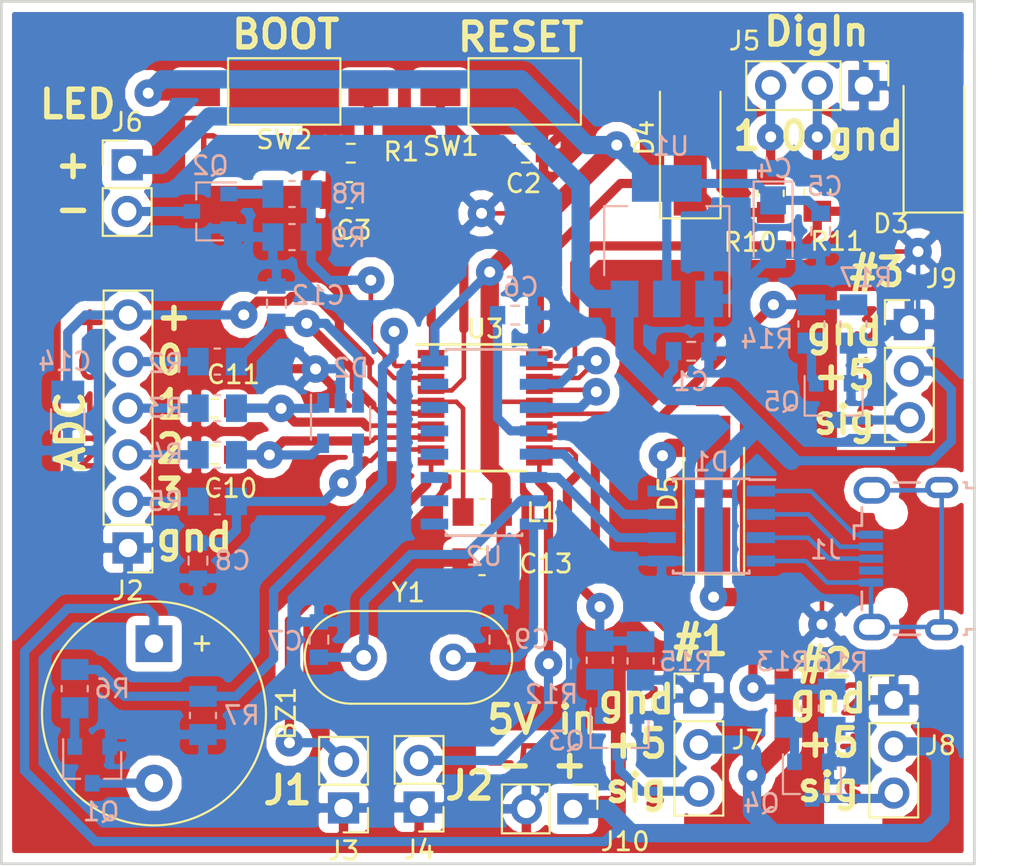
<source format=kicad_pcb>
(kicad_pcb (version 20171130) (host pcbnew 5.0.1)
  (layers (0 F.Cu signal) (31 B.Cu signal) (34 B.Paste user) (35 F.Paste user) (36 B.SilkS user) (37 F.SilkS user) (38 B.Mask user) (39 F.Mask user) (44 Edge.Cuts user))
  (net 0 "")
  (net 1 +3V3)
  (net 2 "Net-(BZ1-Pad2)")
  (net 3 GND)
  (net 4 "Net-(C7-Pad1)")
  (net 5 /ADC0)
  (net 6 /ADC1)
  (net 7 /ADC2)
  (net 8 /ADC3)
  (net 9 /DigIn0)
  (net 10 /DigIn1)
  (net 11 +5V)
  (net 12 "Net-(J2-Pad2)")
  (net 13 "Net-(J2-Pad3)")
  (net 14 "Net-(J2-Pad4)")
  (net 15 "Net-(J2-Pad5)")
  (net 16 /Jumper0)
  (net 17 /Jumper1)
  (net 18 "Net-(J5-Pad2)")
  (net 19 "Net-(J5-Pad3)")
  (net 20 "Net-(J6-Pad2)")
  (net 21 "Net-(J7-Pad3)")
  (net 22 "Net-(J8-Pad3)")
  (net 23 "Net-(J9-Pad3)")
  (net 24 /BOOT0)
  (net 25 "Net-(Q1-Pad1)")
  (net 26 /DigOut0)
  (net 27 "Net-(Q2-Pad1)")
  (net 28 /DigOut1)
  (net 29 /TIM3_CH1)
  (net 30 "Net-(Q3-Pad1)")
  (net 31 "Net-(Q4-Pad1)")
  (net 32 /TIM3_CH2)
  (net 33 /TIM3_CH4)
  (net 34 "Net-(Q5-Pad1)")
  (net 35 /USART_Rx)
  (net 36 /USART_Tx)
  (net 37 "Net-(C6-Pad1)")
  (net 38 /NRST)
  (net 39 +3.3VADC)
  (net 40 "Net-(C9-Pad1)")
  (net 41 "Net-(D1-Pad1)")
  (net 42 "Net-(D1-Pad2)")
  (net 43 "Net-(D1-Pad3)")
  (net 44 "Net-(D1-Pad4)")
  (net 45 "Net-(D1-Pad6)")
  (net 46 "Net-(D1-Pad7)")
  (net 47 "Net-(D1-Pad8)")
  (module modules:VIA (layer F.Cu) (at 159.6136 53.0352)
    (fp_text reference REF** hide)
    (fp_text value VIA hide)
    (pad 1 thru_hole circle (at 0 0) (size 1.5 1.5) (drill 0.6) (layers *.Cu *.Mask) (net 3 GND))
  )
  (module modules:VIA (layer F.Cu) (at 187.198 66.9544)
    (fp_text reference REF** hide)
    (fp_text value VIA hide)
    (pad 1 thru_hole circle (at 0 0) (size 1.5 1.5) (drill 0.6) (layers *.Cu *.Mask) (net 3 GND))
  )
  (module modules:VIA (layer F.Cu) (at 168.656 44.5516)
    (fp_text reference REF** hide)
    (fp_text value VIA hide)
    (pad 1 thru_hole circle (at 0 0) (size 1.5 1.5) (drill 0.6) (layers *.Cu *.Mask) (net 3 GND))
  )
  (module modules:VIA (layer F.Cu) (at 192.4304 46.6344)
    (fp_text reference REF** hide)
    (fp_text value VIA hide)
    (pad 1 thru_hole circle (at 0 0) (size 1.5 1.5) (drill 0.6) (layers *.Cu *.Mask) (net 3 GND))
  )
  (module Buzzer_Beeper:Buzzer_12x9.5RM7.6 (layer F.Cu) (at 150.8125 68.0085 270)
    (fp_text reference BZ1 (at 3.8 -7.2 270) (layer F.SilkS))
    (fp_text value Buzzer)
    (fp_text user + (at -0.01 -2.54 270) (layer F.SilkS))
    (pad 1 thru_hole rect (at 0 0 270) (size 2 2) (drill 1) (layers *.Cu *.Mask) (net 11 +5V))
    (pad 2 thru_hole circle (at 7.6 0 270) (size 2 2) (drill 1) (layers *.Cu *.Mask) (net 2 "Net-(BZ1-Pad2)"))
  )
  (module Capacitor_SMD:C_0603_1608Metric_Pad0.84x1.00mm_HandSolder (layer B.Cu) (at 159.796917 67.785207 90)
    (fp_text reference C7 (at -0.083593 -1.859717 180) (layer B.SilkS) (effects (justify mirror)))
    (fp_text value 22p)
    (pad 2 smd rect (at 0.9625 0 90) (size 0.845 1) (layers B.Cu B.Paste B.Mask) (net 3 GND))
    (pad 1 smd rect (at -0.9625 0 90) (size 0.845 1) (layers B.Cu B.Paste B.Mask) (net 4 "Net-(C7-Pad1)"))
  )
  (module Capacitor_SMD:C_0603_1608Metric_Pad0.84x1.00mm_HandSolder (layer B.Cu) (at 153.20906 63.480932 270)
    (fp_text reference C8 (at 0 -1.88334) (layer B.SilkS) (effects (justify mirror)))
    (fp_text value 0.1)
    (pad 1 smd rect (at -0.9625 0 270) (size 0.845 1) (layers B.Cu B.Paste B.Mask) (net 8 /ADC3))
    (pad 2 smd rect (at 0.9625 0 270) (size 0.845 1) (layers B.Cu B.Paste B.Mask) (net 3 GND))
  )
  (module Diode_SMD:D_SMA_Handsoldering (layer F.Cu) (at 193.294 40.1085 90)
    (fp_text reference D3 (at -5.0019 -2.3368 180) (layer F.SilkS))
    (fp_text value SMAJ5.0)
    (pad 2 smd rect (at 2.5 0 90) (size 3.5 1.8) (layers F.Cu F.Paste F.Mask) (net 3 GND))
    (pad 1 smd rect (at -2.5 0 90) (size 3.5 1.8) (layers F.Cu F.Paste F.Mask) (net 9 /DigIn0))
  )
  (module Connector_USB:USB_Micro-B_Wuerth-629105150521 (layer B.Cu) (at 191.77 63.373 270)
    (fp_text reference J1 (at -0.4826 4.3688) (layer B.SilkS) (effects (justify mirror)))
    (fp_text value USB_B_Micro)
    (pad 1 smd rect (at -1.3 1.9 270) (size 0.45 1.3) (layers B.Cu B.Paste B.Mask) (net 41 "Net-(D1-Pad1)"))
    (pad 2 smd rect (at -0.65 1.9 270) (size 0.45 1.3) (layers B.Cu B.Paste B.Mask) (net 42 "Net-(D1-Pad2)"))
    (pad 3 smd rect (at 0 1.9 270) (size 0.45 1.3) (layers B.Cu B.Paste B.Mask) (net 43 "Net-(D1-Pad3)"))
    (pad 4 smd rect (at 0.65 1.9 270) (size 0.45 1.3) (layers B.Cu B.Paste B.Mask))
    (pad 5 smd rect (at 1.3 1.9 270) (size 0.45 1.3) (layers B.Cu B.Paste B.Mask) (net 44 "Net-(D1-Pad4)"))
    (pad 6 thru_hole oval (at -3.725 1.85 270) (size 1.45 2) (drill oval 0.85 1.4) (layers *.Cu *.Mask) (net 44 "Net-(D1-Pad4)"))
    (pad 6 thru_hole oval (at 3.725 1.85 270) (size 1.45 2) (drill oval 0.85 1.4) (layers *.Cu *.Mask) (net 44 "Net-(D1-Pad4)"))
    (pad 6 thru_hole oval (at -3.875 -1.95 270) (size 1.15 1.8) (drill oval 0.55 1.2) (layers *.Cu *.Mask) (net 44 "Net-(D1-Pad4)"))
    (pad 6 thru_hole oval (at 3.875 -1.95 270) (size 1.15 1.8) (drill oval 0.55 1.2) (layers *.Cu *.Mask) (net 44 "Net-(D1-Pad4)"))
    (pad "" np_thru_hole oval (at -2.5 0.8 270) (size 0.8 0.8) (drill 0.8) (layers *.Cu *.Mask))
    (pad "" np_thru_hole oval (at 2.5 0.8 270) (size 0.8 0.8) (drill 0.8) (layers *.Cu *.Mask))
  )
  (module Connector_PinHeader_2.54mm:PinHeader_1x06_P2.54mm_Vertical (layer F.Cu) (at 149.39906 62.792432 180)
    (fp_text reference J2 (at 0 -2.33 180) (layer F.SilkS))
    (fp_text value ADC_in)
    (pad 1 thru_hole rect (at 0 0 180) (size 1.7 1.7) (drill 1) (layers *.Cu *.Mask) (net 3 GND))
    (pad 2 thru_hole oval (at 0 2.54 180) (size 1.7 1.7) (drill 1) (layers *.Cu *.Mask) (net 12 "Net-(J2-Pad2)"))
    (pad 3 thru_hole oval (at 0 5.08 180) (size 1.7 1.7) (drill 1) (layers *.Cu *.Mask) (net 13 "Net-(J2-Pad3)"))
    (pad 4 thru_hole oval (at 0 7.62 180) (size 1.7 1.7) (drill 1) (layers *.Cu *.Mask) (net 14 "Net-(J2-Pad4)"))
    (pad 5 thru_hole oval (at 0 10.16 180) (size 1.7 1.7) (drill 1) (layers *.Cu *.Mask) (net 15 "Net-(J2-Pad5)"))
    (pad 6 thru_hole oval (at 0 12.7 180) (size 1.7 1.7) (drill 1) (layers *.Cu *.Mask) (net 39 +3.3VADC))
  )
  (module Connector_PinHeader_2.54mm:PinHeader_1x02_P2.54mm_Vertical (layer F.Cu) (at 161.1376 76.962 180)
    (fp_text reference J3 (at 0 -2.33 180) (layer F.SilkS))
    (fp_text value Jumper0)
    (pad 2 thru_hole oval (at 0 2.54 180) (size 1.7 1.7) (drill 1) (layers *.Cu *.Mask) (net 16 /Jumper0))
    (pad 1 thru_hole rect (at 0 0 180) (size 1.7 1.7) (drill 1) (layers *.Cu *.Mask) (net 3 GND))
  )
  (module Connector_PinHeader_2.54mm:PinHeader_1x02_P2.54mm_Vertical (layer F.Cu) (at 165.2524 76.9112 180)
    (fp_text reference J4 (at 0 -2.33 180) (layer F.SilkS))
    (fp_text value Jumper1)
    (pad 1 thru_hole rect (at 0 0 180) (size 1.7 1.7) (drill 1) (layers *.Cu *.Mask) (net 3 GND))
    (pad 2 thru_hole oval (at 0 2.54 180) (size 1.7 1.7) (drill 1) (layers *.Cu *.Mask) (net 17 /Jumper1))
  )
  (module Connector_PinHeader_2.54mm:PinHeader_1x03_P2.54mm_Vertical (layer F.Cu) (at 189.484 37.592 270)
    (fp_text reference J5 (at -2.4384 6.5024) (layer F.SilkS))
    (fp_text value Dig_In)
    (pad 1 thru_hole rect (at 0 0 270) (size 1.7 1.7) (drill 1) (layers *.Cu *.Mask) (net 3 GND))
    (pad 2 thru_hole oval (at 0 2.54 270) (size 1.7 1.7) (drill 1) (layers *.Cu *.Mask) (net 18 "Net-(J5-Pad2)"))
    (pad 3 thru_hole oval (at 0 5.08 270) (size 1.7 1.7) (drill 1) (layers *.Cu *.Mask) (net 19 "Net-(J5-Pad3)"))
  )
  (module Connector_PinHeader_2.54mm:PinHeader_1x02_P2.54mm_Vertical (layer F.Cu) (at 149.352 41.91)
    (fp_text reference J6 (at 0 -2.33) (layer F.SilkS))
    (fp_text value Ext_LED)
    (pad 1 thru_hole rect (at 0 0) (size 1.7 1.7) (drill 1) (layers *.Cu *.Mask) (net 11 +5V))
    (pad 2 thru_hole oval (at 0 2.54) (size 1.7 1.7) (drill 1) (layers *.Cu *.Mask) (net 20 "Net-(J6-Pad2)"))
  )
  (module Connector_PinHeader_2.54mm:PinHeader_1x03_P2.54mm_Vertical (layer F.Cu) (at 180.4924 70.9676)
    (fp_text reference J7 (at 2.6416 2.286) (layer F.SilkS))
    (fp_text value Servo1)
    (pad 3 thru_hole oval (at 0 5.08) (size 1.7 1.7) (drill 1) (layers *.Cu *.Mask) (net 21 "Net-(J7-Pad3)"))
    (pad 2 thru_hole oval (at 0 2.54) (size 1.7 1.7) (drill 1) (layers *.Cu *.Mask) (net 11 +5V))
    (pad 1 thru_hole rect (at 0 0) (size 1.7 1.7) (drill 1) (layers *.Cu *.Mask) (net 3 GND))
  )
  (module Connector_PinHeader_2.54mm:PinHeader_1x03_P2.54mm_Vertical (layer F.Cu) (at 191.1096 71.0692)
    (fp_text reference J8 (at 2.54 2.4892) (layer F.SilkS))
    (fp_text value Servo2)
    (pad 1 thru_hole rect (at 0 0) (size 1.7 1.7) (drill 1) (layers *.Cu *.Mask) (net 3 GND))
    (pad 2 thru_hole oval (at 0 2.54) (size 1.7 1.7) (drill 1) (layers *.Cu *.Mask) (net 11 +5V))
    (pad 3 thru_hole oval (at 0 5.08) (size 1.7 1.7) (drill 1) (layers *.Cu *.Mask) (net 22 "Net-(J8-Pad3)"))
  )
  (module Connector_PinHeader_2.54mm:PinHeader_1x03_P2.54mm_Vertical (layer F.Cu) (at 191.9605 50.6095)
    (fp_text reference J9 (at 1.7399 -2.5019) (layer F.SilkS))
    (fp_text value Servo3)
    (pad 3 thru_hole oval (at 0 5.08) (size 1.7 1.7) (drill 1) (layers *.Cu *.Mask) (net 23 "Net-(J9-Pad3)"))
    (pad 2 thru_hole oval (at 0 2.54) (size 1.7 1.7) (drill 1) (layers *.Cu *.Mask) (net 11 +5V))
    (pad 1 thru_hole rect (at 0 0) (size 1.7 1.7) (drill 1) (layers *.Cu *.Mask) (net 3 GND))
  )
  (module Resistor_SMD:R_0805_2012Metric_Pad1.15x1.50mm_HandSolder (layer F.Cu) (at 161.454 43.561)
    (fp_text reference R1 (at 2.8332 -2.3622) (layer F.SilkS))
    (fp_text value 10k)
    (pad 1 smd rect (at -1.0425 0) (size 1.145 1.5) (layers F.Cu F.Paste F.Mask) (net 3 GND))
    (pad 2 smd rect (at 1.0425 0) (size 1.145 1.5) (layers F.Cu F.Paste F.Mask) (net 24 /BOOT0))
  )
  (module Resistor_SMD:R_0805_2012Metric_Pad1.15x1.50mm_HandSolder (layer B.Cu) (at 154.26206 52.632432 180)
    (fp_text reference R2 (at 2.82726 -0.097968 180) (layer B.SilkS) (effects (justify mirror)))
    (fp_text value 220)
    (pad 2 smd rect (at 1.0425 0 180) (size 1.145 1.5) (layers B.Cu B.Paste B.Mask) (net 15 "Net-(J2-Pad5)"))
    (pad 1 smd rect (at -1.0425 0 180) (size 1.145 1.5) (layers B.Cu B.Paste B.Mask) (net 5 /ADC0))
  )
  (module Resistor_SMD:R_0805_2012Metric_Pad1.15x1.50mm_HandSolder (layer B.Cu) (at 154.26206 55.172432 180)
    (fp_text reference R3 (at 2.82726 0.003632 180) (layer B.SilkS) (effects (justify mirror)))
    (fp_text value 220)
    (pad 1 smd rect (at -1.0425 0 180) (size 1.145 1.5) (layers B.Cu B.Paste B.Mask) (net 6 /ADC1))
    (pad 2 smd rect (at 1.0425 0 180) (size 1.145 1.5) (layers B.Cu B.Paste B.Mask) (net 14 "Net-(J2-Pad4)"))
  )
  (module Resistor_SMD:R_0805_2012Metric_Pad1.15x1.50mm_HandSolder (layer B.Cu) (at 154.26206 57.712432 180)
    (fp_text reference R4 (at 2.82726 0.054432 180) (layer B.SilkS) (effects (justify mirror)))
    (fp_text value 220)
    (pad 2 smd rect (at 1.0425 0 180) (size 1.145 1.5) (layers B.Cu B.Paste B.Mask) (net 13 "Net-(J2-Pad3)"))
    (pad 1 smd rect (at -1.0425 0 180) (size 1.145 1.5) (layers B.Cu B.Paste B.Mask) (net 7 /ADC2))
  )
  (module Resistor_SMD:R_0805_2012Metric_Pad1.15x1.50mm_HandSolder (layer B.Cu) (at 154.26206 60.252432 180)
    (fp_text reference R5 (at 2.82726 0.003632 180) (layer B.SilkS) (effects (justify mirror)))
    (fp_text value 220)
    (pad 1 smd rect (at -1.0425 0 180) (size 1.145 1.5) (layers B.Cu B.Paste B.Mask) (net 8 /ADC3))
    (pad 2 smd rect (at 1.0425 0 180) (size 1.145 1.5) (layers B.Cu B.Paste B.Mask) (net 12 "Net-(J2-Pad2)"))
  )
  (module Resistor_SMD:R_0805_2012Metric_Pad1.15x1.50mm_HandSolder (layer B.Cu) (at 146.4945 70.4585 90)
    (fp_text reference R6 (at -0.0011 2.0447 180) (layer B.SilkS) (effects (justify mirror)))
    (fp_text value 510)
    (pad 1 smd rect (at -1.0425 0 90) (size 1.145 1.5) (layers B.Cu B.Paste B.Mask) (net 25 "Net-(Q1-Pad1)"))
    (pad 2 smd rect (at 1.0425 0 90) (size 1.145 1.5) (layers B.Cu B.Paste B.Mask) (net 26 /DigOut0))
  )
  (module Resistor_SMD:R_0805_2012Metric_Pad1.15x1.50mm_HandSolder (layer B.Cu) (at 153.4795 71.919 90)
    (fp_text reference R7 (at 0 2.1209 180) (layer B.SilkS) (effects (justify mirror)))
    (fp_text value 10k)
    (pad 2 smd rect (at 1.0425 0 90) (size 1.145 1.5) (layers B.Cu B.Paste B.Mask) (net 26 /DigOut0))
    (pad 1 smd rect (at -1.0425 0 90) (size 1.145 1.5) (layers B.Cu B.Paste B.Mask) (net 3 GND))
  )
  (module Resistor_SMD:R_0805_2012Metric_Pad1.15x1.50mm_HandSolder (layer B.Cu) (at 158.332 43.4975)
    (fp_text reference R8 (at 3.1104 -0.0127) (layer B.SilkS) (effects (justify mirror)))
    (fp_text value 510)
    (pad 1 smd rect (at -1.0425 0) (size 1.145 1.5) (layers B.Cu B.Paste B.Mask) (net 27 "Net-(Q2-Pad1)"))
    (pad 2 smd rect (at 1.0425 0) (size 1.145 1.5) (layers B.Cu B.Paste B.Mask) (net 28 /DigOut1))
  )
  (module Resistor_SMD:R_0805_2012Metric_Pad1.15x1.50mm_HandSolder (layer B.Cu) (at 158.332 45.847)
    (fp_text reference R9 (at 3.0596 0.0254) (layer B.SilkS) (effects (justify mirror)))
    (fp_text value 10k)
    (pad 2 smd rect (at 1.0425 0) (size 1.145 1.5) (layers B.Cu B.Paste B.Mask) (net 28 /DigOut1))
    (pad 1 smd rect (at -1.0425 0) (size 1.145 1.5) (layers B.Cu B.Paste B.Mask) (net 3 GND))
  )
  (module Resistor_SMD:R_0805_2012Metric_Pad1.15x1.50mm_HandSolder (layer F.Cu) (at 184.404 43.4605 90)
    (fp_text reference R10 (at -2.6659 -1.1176 180) (layer F.SilkS))
    (fp_text value 1k)
    (pad 2 smd rect (at 1.0425 0 90) (size 1.145 1.5) (layers F.Cu F.Paste F.Mask) (net 19 "Net-(J5-Pad3)"))
    (pad 1 smd rect (at -1.0425 0 90) (size 1.145 1.5) (layers F.Cu F.Paste F.Mask) (net 10 /DigIn1))
  )
  (module Resistor_SMD:R_0805_2012Metric_Pad1.15x1.50mm_HandSolder (layer F.Cu) (at 186.944 43.397 90)
    (fp_text reference R11 (at -2.6786 1.0668 180) (layer F.SilkS))
    (fp_text value 1k)
    (pad 1 smd rect (at -1.0425 0 90) (size 1.145 1.5) (layers F.Cu F.Paste F.Mask) (net 9 /DigIn0))
    (pad 2 smd rect (at 1.0425 0 90) (size 1.145 1.5) (layers F.Cu F.Paste F.Mask) (net 18 "Net-(J5-Pad2)"))
  )
  (module Resistor_SMD:R_0805_2012Metric_Pad1.15x1.50mm_HandSolder (layer B.Cu) (at 175.0949 68.9102 90)
    (fp_text reference R12 (at -1.8542 -2.6289 180) (layer B.SilkS) (effects (justify mirror)))
    (fp_text value 510)
    (pad 2 smd rect (at 1.0425 0 90) (size 1.145 1.5) (layers B.Cu B.Paste B.Mask) (net 29 /TIM3_CH1))
    (pad 1 smd rect (at -1.0425 0 90) (size 1.145 1.5) (layers B.Cu B.Paste B.Mask) (net 30 "Net-(Q3-Pad1)"))
  )
  (module Resistor_SMD:R_0805_2012Metric_Pad1.15x1.50mm_HandSolder (layer B.Cu) (at 185.3819 71.5253 90)
    (fp_text reference R13 (at 2.5389 -0.3175 180) (layer B.SilkS) (effects (justify mirror)))
    (fp_text value 510)
    (pad 1 smd rect (at -1.0425 0 90) (size 1.145 1.5) (layers B.Cu B.Paste B.Mask) (net 31 "Net-(Q4-Pad1)"))
    (pad 2 smd rect (at 1.0425 0 90) (size 1.145 1.5) (layers B.Cu B.Paste B.Mask) (net 32 /TIM3_CH2))
  )
  (module Resistor_SMD:R_0805_2012Metric_Pad1.15x1.50mm_HandSolder (layer B.Cu) (at 186.6265 50.583 90)
    (fp_text reference R14 (at -0.8266 -2.4257 180) (layer B.SilkS) (effects (justify mirror)))
    (fp_text value 510)
    (pad 2 smd rect (at 1.0425 0 90) (size 1.145 1.5) (layers B.Cu B.Paste B.Mask) (net 33 /TIM3_CH4))
    (pad 1 smd rect (at -1.0425 0 90) (size 1.145 1.5) (layers B.Cu B.Paste B.Mask) (net 34 "Net-(Q5-Pad1)"))
  )
  (module Resistor_SMD:R_0805_2012Metric_Pad1.15x1.50mm_HandSolder (layer B.Cu) (at 177.3174 68.9472 90)
    (fp_text reference R15 (at -0.0392 2.4638 180) (layer B.SilkS) (effects (justify mirror)))
    (fp_text value 10k)
    (pad 1 smd rect (at -1.0425 0 90) (size 1.145 1.5) (layers B.Cu B.Paste B.Mask) (net 3 GND))
    (pad 2 smd rect (at 1.0425 0 90) (size 1.145 1.5) (layers B.Cu B.Paste B.Mask) (net 29 /TIM3_CH1))
  )
  (module Resistor_SMD:R_0805_2012Metric_Pad1.15x1.50mm_HandSolder (layer B.Cu) (at 187.7314 71.5253 90)
    (fp_text reference R16 (at 2.4881 0.5334 180) (layer B.SilkS) (effects (justify mirror)))
    (fp_text value 10k)
    (pad 1 smd rect (at -1.0425 0 90) (size 1.145 1.5) (layers B.Cu B.Paste B.Mask) (net 3 GND))
    (pad 2 smd rect (at 1.0425 0 90) (size 1.145 1.5) (layers B.Cu B.Paste B.Mask) (net 32 /TIM3_CH2))
  )
  (module Resistor_SMD:R_0805_2012Metric_Pad1.15x1.50mm_HandSolder (layer B.Cu) (at 188.9125 50.583 90)
    (fp_text reference R17 (at 2.5262 0.6731 180) (layer B.SilkS) (effects (justify mirror)))
    (fp_text value 10k)
    (pad 2 smd rect (at 1.0425 0 90) (size 1.145 1.5) (layers B.Cu B.Paste B.Mask) (net 33 /TIM3_CH4))
    (pad 1 smd rect (at -1.0425 0 90) (size 1.145 1.5) (layers B.Cu B.Paste B.Mask) (net 3 GND))
  )
  (module Crystal:Crystal_HC49-U_Vertical (layer F.Cu) (at 162.235317 68.753107)
    (fp_text reference Y1 (at 2.44 -3.525) (layer F.SilkS))
    (fp_text value 12MHz)
    (pad 1 thru_hole circle (at 0 0) (size 1.5 1.5) (drill 0.8) (layers *.Cu *.Mask) (net 4 "Net-(C7-Pad1)"))
    (pad 2 thru_hole circle (at 4.88 0) (size 1.5 1.5) (drill 0.8) (layers *.Cu *.Mask) (net 40 "Net-(C9-Pad1)"))
  )
  (module Button_Switch_SMD:SW_SPST_FSMSM (layer F.Cu) (at 171.0055 37.9095)
    (fp_text reference SW1 (at -4.0259 2.9845) (layer F.SilkS))
    (fp_text value Reset)
    (pad 1 smd rect (at -4.59 0) (size 2.18 1.6) (layers F.Cu F.Paste F.Mask) (net 38 /NRST))
    (pad 2 smd rect (at 4.59 0) (size 2.18 1.6) (layers F.Cu F.Paste F.Mask) (net 3 GND))
  )
  (module Button_Switch_SMD:SW_SPST_FSMSM (layer F.Cu) (at 157.9065 37.9095 180)
    (fp_text reference SW2 (at 0 -2.6289 180) (layer F.SilkS))
    (fp_text value Boot)
    (pad 2 smd rect (at 4.59 0 180) (size 2.18 1.6) (layers F.Cu F.Paste F.Mask) (net 1 +3V3))
    (pad 1 smd rect (at -4.59 0 180) (size 2.18 1.6) (layers F.Cu F.Paste F.Mask) (net 24 /BOOT0))
  )
  (module Capacitor_SMD:C_0603_1608Metric_Pad0.84x1.00mm_HandSolder (layer B.Cu) (at 180.076 52.07)
    (fp_text reference C1 (at 0 1.65) (layer B.SilkS) (effects (justify mirror)))
    (fp_text value 0.1)
    (pad 1 smd rect (at -0.9625 0) (size 0.845 1) (layers B.Cu B.Paste B.Mask) (net 11 +5V))
    (pad 2 smd rect (at 0.9625 0) (size 0.845 1) (layers B.Cu B.Paste B.Mask) (net 3 GND))
  )
  (module Capacitor_SMD:C_0603_1608Metric_Pad0.84x1.00mm_HandSolder (layer F.Cu) (at 171.069 41.275)
    (fp_text reference C2 (at -0.127 1.651) (layer F.SilkS))
    (fp_text value 0.1)
    (pad 2 smd rect (at 0.9625 0) (size 0.845 1) (layers F.Cu F.Paste F.Mask) (net 3 GND))
    (pad 1 smd rect (at -0.9625 0) (size 0.845 1) (layers F.Cu F.Paste F.Mask) (net 38 /NRST))
  )
  (module Capacitor_SMD:C_0603_1608Metric_Pad0.84x1.00mm_HandSolder (layer F.Cu) (at 161.534 41.275 180)
    (fp_text reference C3 (at -0.1624 -4.191 180) (layer F.SilkS))
    (fp_text value 0.1)
    (pad 1 smd rect (at -0.9625 0 180) (size 0.845 1) (layers F.Cu F.Paste F.Mask) (net 24 /BOOT0))
    (pad 2 smd rect (at 0.9625 0 180) (size 0.845 1) (layers F.Cu F.Paste F.Mask) (net 3 GND))
  )
  (module Capacitor_SMD:C_0603_1608Metric_Pad0.84x1.00mm_HandSolder (layer B.Cu) (at 187.127317 45.514807 270)
    (fp_text reference C5 (at -2.436407 -0.223083) (layer B.SilkS) (effects (justify mirror)))
    (fp_text value 0.1)
    (pad 2 smd rect (at 0.9625 0 270) (size 0.845 1) (layers B.Cu B.Paste B.Mask) (net 3 GND))
    (pad 1 smd rect (at -0.9625 0 270) (size 0.845 1) (layers B.Cu B.Paste B.Mask) (net 1 +3V3))
  )
  (module Capacitor_SMD:C_0603_1608Metric_Pad0.84x1.00mm_HandSolder (layer B.Cu) (at 170.4875 50.1015)
    (fp_text reference C6 (at 0.3021 -1.5367) (layer B.SilkS) (effects (justify mirror)))
    (fp_text value 0.1)
    (pad 2 smd rect (at 0.9625 0) (size 0.845 1) (layers B.Cu B.Paste B.Mask) (net 3 GND))
    (pad 1 smd rect (at -0.9625 0) (size 0.845 1) (layers B.Cu B.Paste B.Mask) (net 37 "Net-(C6-Pad1)"))
  )
  (module Capacitor_SMD:C_0603_1608Metric_Pad0.84x1.00mm_HandSolder (layer B.Cu) (at 169.601317 67.787907 90)
    (fp_text reference C9 (at 0.020707 1.797883 180) (layer B.SilkS) (effects (justify mirror)))
    (fp_text value 22p)
    (pad 1 smd rect (at -0.9625 0 90) (size 0.845 1) (layers B.Cu B.Paste B.Mask) (net 40 "Net-(C9-Pad1)"))
    (pad 2 smd rect (at 0.9625 0 90) (size 0.845 1) (layers B.Cu B.Paste B.Mask) (net 3 GND))
  )
  (module Capacitor_SMD:C_0603_1608Metric_Pad0.84x1.00mm_HandSolder (layer F.Cu) (at 154.08806 57.712432 180)
    (fp_text reference C10 (at -0.90274 -1.825168 180) (layer F.SilkS))
    (fp_text value 0.1)
    (pad 1 smd rect (at -0.9625 0 180) (size 0.845 1) (layers F.Cu F.Paste F.Mask) (net 7 /ADC2))
    (pad 2 smd rect (at 0.9625 0 180) (size 0.845 1) (layers F.Cu F.Paste F.Mask) (net 3 GND))
  )
  (module Capacitor_SMD:C_0603_1608Metric_Pad0.84x1.00mm_HandSolder (layer F.Cu) (at 154.08806 55.172432 180)
    (fp_text reference C11 (at -1.05514 1.832432 180) (layer F.SilkS))
    (fp_text value 0.1)
    (pad 2 smd rect (at 0.9625 0 180) (size 0.845 1) (layers F.Cu F.Paste F.Mask) (net 3 GND))
    (pad 1 smd rect (at -0.9625 0 180) (size 0.845 1) (layers F.Cu F.Paste F.Mask) (net 6 /ADC1))
  )
  (module Capacitor_SMD:C_0603_1608Metric_Pad0.84x1.00mm_HandSolder (layer B.Cu) (at 157.48 49.4792 90)
    (fp_text reference C12 (at 0.4572 2.286 180) (layer B.SilkS) (effects (justify mirror)))
    (fp_text value 0.1)
    (pad 1 smd rect (at -0.9625 0 90) (size 0.845 1) (layers B.Cu B.Paste B.Mask) (net 5 /ADC0))
    (pad 2 smd rect (at 0.9625 0 90) (size 0.845 1) (layers B.Cu B.Paste B.Mask) (net 3 GND))
  )
  (module Capacitor_Tantalum_SMD:CP_EIA-3216-18_Kemet-A_Pad1.53x1.40mm_HandSolder (layer B.Cu) (at 184.536517 45.314607 270)
    (fp_text reference C4 (at -3.201407 -0.070683) (layer B.SilkS) (effects (justify mirror)))
    (fp_text value 47u)
    (pad 1 smd rect (at -1.4675 0 270) (size 1.535 1.4) (layers B.Cu B.Paste B.Mask) (net 1 +3V3))
    (pad 2 smd rect (at 1.4675 0 270) (size 1.535 1.4) (layers B.Cu B.Paste B.Mask) (net 3 GND))
  )
  (module Package_TO_SOT_SMD:SOT-23 (layer B.Cu) (at 147.447 74.6125 270)
    (fp_text reference Q1 (at 2.5527 -0.4826) (layer B.SilkS) (effects (justify mirror)))
    (fp_text value 2N7002)
    (pad 1 smd rect (at -1 0.95 270) (size 0.9 0.8) (layers B.Cu B.Paste B.Mask) (net 25 "Net-(Q1-Pad1)"))
    (pad 2 smd rect (at -1 -0.95 270) (size 0.9 0.8) (layers B.Cu B.Paste B.Mask) (net 3 GND))
    (pad 3 smd rect (at 1 0 270) (size 0.9 0.8) (layers B.Cu B.Paste B.Mask) (net 2 "Net-(BZ1-Pad2)"))
  )
  (module Package_TO_SOT_SMD:SOT-23 (layer B.Cu) (at 153.8765 44.4475 180)
    (fp_text reference Q2 (at 0 2.5 180) (layer B.SilkS) (effects (justify mirror)))
    (fp_text value SI2300)
    (pad 3 smd rect (at 1 0 180) (size 0.9 0.8) (layers B.Cu B.Paste B.Mask) (net 20 "Net-(J6-Pad2)"))
    (pad 2 smd rect (at -1 -0.95 180) (size 0.9 0.8) (layers B.Cu B.Paste B.Mask) (net 3 GND))
    (pad 1 smd rect (at -1 0.95 180) (size 0.9 0.8) (layers B.Cu B.Paste B.Mask) (net 27 "Net-(Q2-Pad1)"))
  )
  (module Package_TO_SOT_SMD:SOT-23 (layer B.Cu) (at 176.1744 72.9267 270)
    (fp_text reference Q3 (at 0.3777 2.8956) (layer B.SilkS) (effects (justify mirror)))
    (fp_text value 2N7002)
    (pad 1 smd rect (at -1 0.95 270) (size 0.9 0.8) (layers B.Cu B.Paste B.Mask) (net 30 "Net-(Q3-Pad1)"))
    (pad 2 smd rect (at -1 -0.95 270) (size 0.9 0.8) (layers B.Cu B.Paste B.Mask) (net 3 GND))
    (pad 3 smd rect (at 1 0 270) (size 0.9 0.8) (layers B.Cu B.Paste B.Mask) (net 21 "Net-(J7-Pad3)"))
  )
  (module Package_TO_SOT_SMD:SOT-23 (layer B.Cu) (at 186.6519 75.4413 270)
    (fp_text reference Q4 (at 1.2667 2.7559) (layer B.SilkS) (effects (justify mirror)))
    (fp_text value 2N7002)
    (pad 1 smd rect (at -1 0.95 270) (size 0.9 0.8) (layers B.Cu B.Paste B.Mask) (net 31 "Net-(Q4-Pad1)"))
    (pad 2 smd rect (at -1 -0.95 270) (size 0.9 0.8) (layers B.Cu B.Paste B.Mask) (net 3 GND))
    (pad 3 smd rect (at 1 0 270) (size 0.9 0.8) (layers B.Cu B.Paste B.Mask) (net 22 "Net-(J8-Pad3)"))
  )
  (module Package_TO_SOT_SMD:SOT-23 (layer B.Cu) (at 187.833 54.8165 270)
    (fp_text reference Q5 (at 0 2.8194) (layer B.SilkS) (effects (justify mirror)))
    (fp_text value 2N7002)
    (pad 3 smd rect (at 1 0 270) (size 0.9 0.8) (layers B.Cu B.Paste B.Mask) (net 23 "Net-(J9-Pad3)"))
    (pad 2 smd rect (at -1 -0.95 270) (size 0.9 0.8) (layers B.Cu B.Paste B.Mask) (net 3 GND))
    (pad 1 smd rect (at -1 0.95 270) (size 0.9 0.8) (layers B.Cu B.Paste B.Mask) (net 34 "Net-(Q5-Pad1)"))
  )
  (module Capacitor_SMD:C_0805_2012Metric_Pad1.15x1.50mm_HandSolder (layer F.Cu) (at 168.6825 63.5635 180)
    (fp_text reference C13 (at -3.4787 -0.0889 180) (layer F.SilkS))
    (fp_text value 1u)
    (pad 1 smd rect (at -1.0425 0 180) (size 1.145 1.5) (layers F.Cu F.Paste F.Mask) (net 1 +3V3))
    (pad 2 smd rect (at 1.0425 0 180) (size 1.145 1.5) (layers F.Cu F.Paste F.Mask) (net 3 GND))
  )
  (module Capacitor_SMD:C_1206_3216Metric_Pad1.24x1.80mm_HandSolder (layer B.Cu) (at 146.1135 55.885 90)
    (fp_text reference C14 (at 3.2562 -0.1651 180) (layer B.SilkS) (effects (justify mirror)))
    (fp_text value 10u)
    (pad 1 smd rect (at -1.5925 0 90) (size 1.245 1.8) (layers B.Cu B.Paste B.Mask) (net 3 GND))
    (pad 2 smd rect (at 1.5925 0 90) (size 1.245 1.8) (layers B.Cu B.Paste B.Mask) (net 39 +3.3VADC))
  )
  (module Inductor_SMD:L_0805_2012Metric_Pad1.15x1.50mm_HandSolder (layer F.Cu) (at 168.693 60.833 180)
    (fp_text reference L1 (at -3.265 -0.0254 180) (layer F.SilkS))
    (fp_text value "BMBA 0.1mH")
    (pad 1 smd rect (at -1.0425 0 180) (size 1.145 1.5) (layers F.Cu F.Paste F.Mask) (net 1 +3V3))
    (pad 2 smd rect (at 1.0425 0 180) (size 1.145 1.5) (layers F.Cu F.Paste F.Mask) (net 39 +3.3VADC))
  )
  (module Package_SOIC:SOIC-8_3.9x4.9mm_P1.27mm (layer B.Cu) (at 181.1655 61.595 180)
    (fp_text reference D1 (at 0 3.5 180) (layer B.SilkS) (effects (justify mirror)))
    (fp_text value USB6B1)
    (pad 1 smd rect (at -2.7 1.905 180) (size 1.55 0.6) (layers B.Cu B.Paste B.Mask) (net 41 "Net-(D1-Pad1)"))
    (pad 2 smd rect (at -2.7 0.635 180) (size 1.55 0.6) (layers B.Cu B.Paste B.Mask) (net 42 "Net-(D1-Pad2)"))
    (pad 3 smd rect (at -2.7 -0.635 180) (size 1.55 0.6) (layers B.Cu B.Paste B.Mask) (net 43 "Net-(D1-Pad3)"))
    (pad 4 smd rect (at -2.7 -1.905 180) (size 1.55 0.6) (layers B.Cu B.Paste B.Mask) (net 44 "Net-(D1-Pad4)"))
    (pad 5 smd rect (at 2.7 -1.905 180) (size 1.55 0.6) (layers B.Cu B.Paste B.Mask) (net 3 GND))
    (pad 6 smd rect (at 2.7 -0.635 180) (size 1.55 0.6) (layers B.Cu B.Paste B.Mask) (net 45 "Net-(D1-Pad6)"))
    (pad 7 smd rect (at 2.7 0.635 180) (size 1.55 0.6) (layers B.Cu B.Paste B.Mask) (net 46 "Net-(D1-Pad7)"))
    (pad 8 smd rect (at 2.7 1.905 180) (size 1.55 0.6) (layers B.Cu B.Paste B.Mask) (net 47 "Net-(D1-Pad8)"))
  )
  (module Package_TO_SOT_SMD:SOT-23-5 (layer B.Cu) (at 160.975 55.9865 270)
    (fp_text reference D2 (at -3.0021 -0.569) (layer B.SilkS) (effects (justify mirror)))
    (fp_text value SP0504BAHT)
    (pad 1 smd rect (at -1.1 0.95 270) (size 1.06 0.65) (layers B.Cu B.Paste B.Mask) (net 6 /ADC1))
    (pad 2 smd rect (at -1.1 0 270) (size 1.06 0.65) (layers B.Cu B.Paste B.Mask) (net 3 GND))
    (pad 3 smd rect (at -1.1 -0.95 270) (size 1.06 0.65) (layers B.Cu B.Paste B.Mask) (net 5 /ADC0))
    (pad 4 smd rect (at 1.1 -0.95 270) (size 1.06 0.65) (layers B.Cu B.Paste B.Mask) (net 8 /ADC3))
    (pad 5 smd rect (at 1.1 0.95 270) (size 1.06 0.65) (layers B.Cu B.Paste B.Mask) (net 7 /ADC2))
  )
  (module Diode_SMD:D_SMA_Handsoldering (layer F.Cu) (at 180.0225 40.426 90)
    (fp_text reference D4 (at 0 -2.5 90) (layer F.SilkS))
    (fp_text value SMAJ5.0)
    (pad 1 smd rect (at -2.5 0 90) (size 3.5 1.8) (layers F.Cu F.Paste F.Mask) (net 10 /DigIn1))
    (pad 2 smd rect (at 2.5 0 90) (size 3.5 1.8) (layers F.Cu F.Paste F.Mask) (net 3 GND))
  )
  (module Package_SOIC:SOIC-16_3.9x9.9mm_P1.27mm (layer B.Cu) (at 168.788517 57.043707 180)
    (fp_text reference U2 (at 0 -6.202293 180) (layer B.SilkS) (effects (justify mirror)))
    (fp_text value CH340G)
    (pad 1 smd rect (at -2.7 4.445 180) (size 1.5 0.6) (layers B.Cu B.Paste B.Mask) (net 3 GND))
    (pad 2 smd rect (at -2.7 3.175 180) (size 1.5 0.6) (layers B.Cu B.Paste B.Mask) (net 35 /USART_Rx))
    (pad 3 smd rect (at -2.7 1.905 180) (size 1.5 0.6) (layers B.Cu B.Paste B.Mask) (net 36 /USART_Tx))
    (pad 4 smd rect (at -2.7 0.635 180) (size 1.5 0.6) (layers B.Cu B.Paste B.Mask) (net 37 "Net-(C6-Pad1)"))
    (pad 5 smd rect (at -2.7 -0.635 180) (size 1.5 0.6) (layers B.Cu B.Paste B.Mask) (net 46 "Net-(D1-Pad7)"))
    (pad 6 smd rect (at -2.7 -1.905 180) (size 1.5 0.6) (layers B.Cu B.Paste B.Mask) (net 45 "Net-(D1-Pad6)"))
    (pad 7 smd rect (at -2.7 -3.175 180) (size 1.5 0.6) (layers B.Cu B.Paste B.Mask) (net 4 "Net-(C7-Pad1)"))
    (pad 8 smd rect (at -2.7 -4.445 180) (size 1.5 0.6) (layers B.Cu B.Paste B.Mask) (net 40 "Net-(C9-Pad1)"))
    (pad 9 smd rect (at 2.7 -4.445 180) (size 1.5 0.6) (layers B.Cu B.Paste B.Mask))
    (pad 10 smd rect (at 2.7 -3.175 180) (size 1.5 0.6) (layers B.Cu B.Paste B.Mask))
    (pad 11 smd rect (at 2.7 -1.905 180) (size 1.5 0.6) (layers B.Cu B.Paste B.Mask))
    (pad 12 smd rect (at 2.7 -0.635 180) (size 1.5 0.6) (layers B.Cu B.Paste B.Mask))
    (pad 13 smd rect (at 2.7 0.635 180) (size 1.5 0.6) (layers B.Cu B.Paste B.Mask))
    (pad 14 smd rect (at 2.7 1.905 180) (size 1.5 0.6) (layers B.Cu B.Paste B.Mask))
    (pad 15 smd rect (at 2.7 3.175 180) (size 1.5 0.6) (layers B.Cu B.Paste B.Mask))
    (pad 16 smd rect (at 2.7 4.445 180) (size 1.5 0.6) (layers B.Cu B.Paste B.Mask) (net 1 +3V3))
  )
  (module Package_SSOP:TSSOP-20_4.4x6.5mm_P0.65mm (layer F.Cu) (at 168.8556 55.1486)
    (fp_text reference U3 (at 0 -4.3) (layer F.SilkS))
    (fp_text value STM32F030F4Px)
    (pad 1 smd rect (at -2.95 -2.925) (size 1.45 0.45) (layers F.Cu F.Paste F.Mask) (net 24 /BOOT0))
    (pad 2 smd rect (at -2.95 -2.275) (size 1.45 0.45) (layers F.Cu F.Paste F.Mask) (net 26 /DigOut0))
    (pad 3 smd rect (at -2.95 -1.625) (size 1.45 0.45) (layers F.Cu F.Paste F.Mask) (net 28 /DigOut1))
    (pad 4 smd rect (at -2.95 -0.975) (size 1.45 0.45) (layers F.Cu F.Paste F.Mask) (net 38 /NRST))
    (pad 5 smd rect (at -2.95 -0.325) (size 1.45 0.45) (layers F.Cu F.Paste F.Mask) (net 39 +3.3VADC))
    (pad 6 smd rect (at -2.95 0.325) (size 1.45 0.45) (layers F.Cu F.Paste F.Mask) (net 5 /ADC0))
    (pad 7 smd rect (at -2.95 0.975) (size 1.45 0.45) (layers F.Cu F.Paste F.Mask) (net 6 /ADC1))
    (pad 8 smd rect (at -2.95 1.625) (size 1.45 0.45) (layers F.Cu F.Paste F.Mask) (net 7 /ADC2))
    (pad 9 smd rect (at -2.95 2.275) (size 1.45 0.45) (layers F.Cu F.Paste F.Mask) (net 8 /ADC3))
    (pad 10 smd rect (at -2.95 2.925) (size 1.45 0.45) (layers F.Cu F.Paste F.Mask) (net 16 /Jumper0))
    (pad 11 smd rect (at 2.95 2.925) (size 1.45 0.45) (layers F.Cu F.Paste F.Mask) (net 17 /Jumper1))
    (pad 12 smd rect (at 2.95 2.275) (size 1.45 0.45) (layers F.Cu F.Paste F.Mask) (net 29 /TIM3_CH1))
    (pad 13 smd rect (at 2.95 1.625) (size 1.45 0.45) (layers F.Cu F.Paste F.Mask) (net 32 /TIM3_CH2))
    (pad 14 smd rect (at 2.95 0.975) (size 1.45 0.45) (layers F.Cu F.Paste F.Mask) (net 33 /TIM3_CH4))
    (pad 15 smd rect (at 2.95 0.325) (size 1.45 0.45) (layers F.Cu F.Paste F.Mask) (net 3 GND))
    (pad 16 smd rect (at 2.95 -0.325) (size 1.45 0.45) (layers F.Cu F.Paste F.Mask) (net 1 +3V3))
    (pad 17 smd rect (at 2.95 -0.975) (size 1.45 0.45) (layers F.Cu F.Paste F.Mask) (net 36 /USART_Tx))
    (pad 18 smd rect (at 2.95 -1.625) (size 1.45 0.45) (layers F.Cu F.Paste F.Mask) (net 35 /USART_Rx))
    (pad 19 smd rect (at 2.95 -2.275) (size 1.45 0.45) (layers F.Cu F.Paste F.Mask) (net 9 /DigIn0))
    (pad 20 smd rect (at 2.95 -2.925) (size 1.45 0.45) (layers F.Cu F.Paste F.Mask) (net 10 /DigIn1))
  )
  (module Package_TO_SOT_SMD:SOT-223-3_TabPin2 (layer B.Cu) (at 178.745317 46.070907 90)
    (fp_text reference U1 (at 5.176907 0.223083 180) (layer B.SilkS) (effects (justify mirror)))
    (fp_text value LM1117-3.3)
    (pad 2 smd rect (at 3.15 0 90) (size 2 3.8) (layers B.Cu B.Paste B.Mask) (net 1 +3V3))
    (pad 2 smd rect (at -3.15 0 90) (size 2 1.5) (layers B.Cu B.Paste B.Mask) (net 1 +3V3))
    (pad 3 smd rect (at -3.15 -2.3 90) (size 2 1.5) (layers B.Cu B.Paste B.Mask) (net 11 +5V))
    (pad 1 smd rect (at -3.15 2.3 90) (size 2 1.5) (layers B.Cu B.Paste B.Mask) (net 3 GND))
  )
  (module Diode_SMD:D_SMA_Handsoldering (layer F.Cu) (at 181.3052 59.8316 90)
    (fp_text reference D5 (at 0 -2.5 90) (layer F.SilkS))
    (fp_text value SS14)
    (pad 1 smd rect (at -2.5 0 90) (size 3.5 1.8) (layers F.Cu F.Paste F.Mask) (net 11 +5V))
    (pad 2 smd rect (at 2.5 0 90) (size 3.5 1.8) (layers F.Cu F.Paste F.Mask) (net 47 "Net-(D1-Pad8)"))
  )
  (module Connector_PinHeader_2.54mm:PinHeader_1x02_P2.54mm_Vertical (layer F.Cu) (at 173.6344 77.0128 270)
    (fp_text reference J10 (at 1.778 -2.8448) (layer F.SilkS))
    (fp_text value 5V)
    (pad 1 thru_hole rect (at 0 0 270) (size 1.7 1.7) (drill 1) (layers *.Cu *.Mask) (net 11 +5V))
    (pad 2 thru_hole oval (at 0 2.54 270) (size 1.7 1.7) (drill 1) (layers *.Cu *.Mask) (net 3 GND))
  )
  (gr_text "+\n-" (at 146.4056 43.0784) (layer F.SilkS) (effects (font (size 1.5 1.5) (thickness 0.3))))
  (gr_text LED (at 146.6596 38.608) (layer F.SilkS) (effects (font (size 1.5 1.5) (thickness 0.3))))
  (gr_text "+\n0\n1\n2\n3\ngnd" (at 150.7744 56.1848) (layer F.SilkS) (effects (font (size 1.5 1.5) (thickness 0.3)) (justify left)))
  (gr_text ADC (at 146.2532 56.4388 90) (layer F.SilkS) (effects (font (size 1.5 1.5) (thickness 0.3))))
  (gr_text J2 (at 167.9956 75.7428) (layer F.SilkS) (effects (font (size 1.5 1.5) (thickness 0.3))))
  (gr_text J1 (at 158.0896 75.9968) (layer F.SilkS) (effects (font (size 1.5 1.5) (thickness 0.3))))
  (gr_text "5V in\n- +" (at 171.958 73.3552) (layer F.SilkS) (effects (font (size 1.5 1.5) (thickness 0.3))))
  (gr_text "gnd\n+5\nsig" (at 177.0888 73.4568) (layer F.SilkS) (effects (font (size 1.5 1.5) (thickness 0.3))))
  (gr_text "gnd\n+5\nsig" (at 187.5536 73.406) (layer F.SilkS) (effects (font (size 1.5 1.5) (thickness 0.3))))
  (gr_text "gnd\n+5\nsig" (at 188.4172 53.3908) (layer F.SilkS) (effects (font (size 1.5 1.5) (thickness 0.3))))
  (gr_text "#1" (at 180.594 67.8688) (layer F.SilkS) (effects (font (size 1.5 1.5) (thickness 0.3))))
  (gr_text "#2" (at 187.3504 69.088) (layer F.SilkS) (effects (font (size 1.5 1.5) (thickness 0.3))))
  (gr_text "#3" (at 190.1952 47.752) (layer F.SilkS) (effects (font (size 1.5 1.5) (thickness 0.3))))
  (gr_text DigIn (at 186.8932 34.6456) (layer F.SilkS) (effects (font (size 1.5 1.5) (thickness 0.3))))
  (gr_text "1 0 gnd" (at 186.9948 40.3352) (layer F.SilkS) (effects (font (size 1.5 1.5) (thickness 0.3))))
  (gr_text "+\n0\n1\n2\n3" (at 147.32 55.2196) (layer F.Cu) (effects (font (size 1.5 1.5) (thickness 0.3))))
  (gr_text + (at 146.6088 41.5544) (layer F.Cu) (effects (font (size 1.5 1.5) (thickness 0.3))))
  (gr_text Boot (at 155.702 41.148) (layer F.Cu) (effects (font (size 1.5 1.5) (thickness 0.3))))
  (gr_text RESET (at 170.7896 34.9504) (layer F.SilkS) (effects (font (size 1.5 1.5) (thickness 0.3))))
  (gr_text BOOT (at 157.988 34.798) (layer F.SilkS) (effects (font (size 1.5 1.5) (thickness 0.3))))
  (gr_text -5v+ (at 171.9 74.4) (layer F.Cu) (effects (font (size 1.5 1.5) (thickness 0.3))))
  (gr_text 1-2 (at 163.4 72.1) (layer F.Cu) (effects (font (size 1.5 1.5) (thickness 0.3))))
  (gr_text "1\n+\ns" (at 178.1 73.7) (layer F.Cu) (effects (font (size 1.5 1.5) (thickness 0.3))))
  (gr_text "2\n+\ns" (at 188.9 73.5) (layer F.Cu) (effects (font (size 1.5 1.5) (thickness 0.3))))
  (gr_text "3\n+\ns" (at 189.6 53) (layer F.Cu) (effects (font (size 1.5 1.5) (thickness 0.3))))
  (gr_line (start 195.5 80) (end 195.5 79.5) (layer Edge.Cuts) (width 0.15))
  (gr_line (start 142.5 80) (end 195.5 80) (layer Edge.Cuts) (width 0.15))
  (gr_line (start 142.5 79.5) (end 142.5 80) (layer Edge.Cuts) (width 0.15))
  (gr_line (start 142.5 79.5) (end 142.5 33) (layer Edge.Cuts) (width 0.15))
  (gr_line (start 195.5 33) (end 195.5 79.5) (layer Edge.Cuts) (width 0.15))
  (gr_line (start 142.5 33) (end 195.5 33) (layer Edge.Cuts) (width 0.15))
  (segment (start 169.725 60.8435) (end 169.7355 60.833) (width 0.5) (layer F.Cu) (net 1))
  (segment (start 169.725 63.5635) (end 169.725 60.8435) (width 0.5) (layer F.Cu) (net 1))
  (segment (start 178.745317 47.720907) (end 178.745317 42.920907) (width 0.5) (layer B.Cu) (net 1))
  (segment (start 178.745317 49.220907) (end 178.745317 47.720907) (width 0.5) (layer B.Cu) (net 1))
  (segment (start 183.610317 42.920907) (end 184.536517 43.847107) (width 0.5) (layer B.Cu) (net 1))
  (segment (start 178.745317 42.920907) (end 183.610317 42.920907) (width 0.5) (layer B.Cu) (net 1))
  (segment (start 186.422117 43.847107) (end 187.127317 44.552307) (width 0.5) (layer B.Cu) (net 1))
  (segment (start 184.536517 43.847107) (end 186.422117 43.847107) (width 0.5) (layer B.Cu) (net 1))
  (segment (start 169.7355 59.083) (end 169.1005 58.448) (width 1) (layer F.Cu) (net 1))
  (segment (start 169.7355 60.833) (end 169.7355 59.083) (width 1) (layer F.Cu) (net 1))
  (via (at 176.022 40.8305) (size 1.5) (drill 0.6) (layers F.Cu B.Cu) (net 1))
  (segment (start 169.1005 52.718698) (end 169.1005 47.752) (width 1) (layer F.Cu) (net 1))
  (segment (start 169.1005 47.752) (end 176.022 40.8305) (width 1) (layer F.Cu) (net 1))
  (segment (start 169.1409 54.8236) (end 169.1005 54.864) (width 0.25) (layer F.Cu) (net 1))
  (segment (start 171.8056 54.8236) (end 169.1409 54.8236) (width 0.25) (layer F.Cu) (net 1))
  (segment (start 169.1005 58.448) (end 169.1005 54.864) (width 1) (layer F.Cu) (net 1))
  (segment (start 169.1005 54.864) (end 169.1005 52.718698) (width 1) (layer F.Cu) (net 1))
  (segment (start 166.088517 51.798707) (end 166.116 51.771224) (width 0.5) (layer B.Cu) (net 1))
  (segment (start 166.088517 52.598707) (end 166.088517 51.798707) (width 0.5) (layer B.Cu) (net 1))
  (via (at 169.1005 47.752) (size 1.5) (drill 0.6) (layers F.Cu B.Cu) (net 1))
  (segment (start 166.116 51.771224) (end 166.116 50.7365) (width 0.5) (layer B.Cu) (net 1))
  (segment (start 166.116 50.7365) (end 169.1005 47.752) (width 0.5) (layer B.Cu) (net 1))
  (segment (start 178.112407 42.920907) (end 176.022 40.8305) (width 1) (layer B.Cu) (net 1))
  (segment (start 178.745317 42.920907) (end 178.112407 42.920907) (width 1) (layer B.Cu) (net 1))
  (segment (start 153.3165 37.9095) (end 150.5905 37.9095) (width 1) (layer F.Cu) (net 1))
  (segment (start 150.5905 37.9095) (end 150.5 38) (width 1) (layer F.Cu) (net 1))
  (via (at 150.5 38) (size 1.5) (drill 0.6) (layers F.Cu B.Cu) (net 1))
  (segment (start 176.022 40.8305) (end 174.3909 40.8305) (width 1) (layer B.Cu) (net 1))
  (segment (start 174.3909 40.8305) (end 171 37.4396) (width 1) (layer B.Cu) (net 1))
  (segment (start 170.810401 37.250001) (end 171 37.4396) (width 1) (layer B.Cu) (net 1))
  (segment (start 151.249999 37.250001) (end 170.810401 37.250001) (width 1) (layer B.Cu) (net 1))
  (segment (start 150.5 38) (end 151.249999 37.250001) (width 1) (layer B.Cu) (net 1))
  (segment (start 147.451 75.6085) (end 147.447 75.6125) (width 0.5) (layer B.Cu) (net 2))
  (segment (start 150.8125 75.6085) (end 147.451 75.6085) (width 0.5) (layer B.Cu) (net 2))
  (segment (start 153.12556 55.172432) (end 153.12556 57.712432) (width 0.5) (layer F.Cu) (net 3))
  (segment (start 152.20906 64.443432) (end 153.20906 64.443432) (width 0.5) (layer B.Cu) (net 3))
  (segment (start 149.70006 64.443432) (end 152.20906 64.443432) (width 0.5) (layer B.Cu) (net 3))
  (segment (start 149.39906 64.142432) (end 149.70006 64.443432) (width 0.5) (layer B.Cu) (net 3))
  (segment (start 149.39906 62.792432) (end 149.39906 64.142432) (width 0.5) (layer B.Cu) (net 3))
  (segment (start 155.326 45.847) (end 154.8765 45.3975) (width 0.5) (layer B.Cu) (net 3))
  (segment (start 157.2895 45.847) (end 155.326 45.847) (width 0.5) (layer B.Cu) (net 3))
  (segment (start 151.9555 54.924872) (end 152.20306 55.172432) (width 0.5) (layer F.Cu) (net 3))
  (segment (start 159.639 53.0225) (end 160.975 53.025) (width 0.5) (layer B.Cu) (net 3))
  (segment (start 152.20306 55.172432) (end 153.12556 55.172432) (width 0.5) (layer F.Cu) (net 3))
  (segment (start 153.162 53.0225) (end 151.9555 54.229) (width 0.5) (layer F.Cu) (net 3))
  (segment (start 151.9555 54.229) (end 151.9555 54.924872) (width 0.5) (layer F.Cu) (net 3))
  (segment (start 160.975 53.025) (end 160.975 54.8865) (width 0.5) (layer B.Cu) (net 3))
  (segment (start 171.45 52.56019) (end 171.488517 52.598707) (width 0.5) (layer B.Cu) (net 3))
  (segment (start 171.45 50.1015) (end 171.45 52.56019) (width 0.5) (layer B.Cu) (net 3))
  (segment (start 186.822517 46.782107) (end 187.127317 46.477307) (width 0.5) (layer B.Cu) (net 3))
  (segment (start 184.536517 46.782107) (end 186.822517 46.782107) (width 0.5) (layer B.Cu) (net 3))
  (segment (start 182.097717 49.220907) (end 184.536517 46.782107) (width 0.5) (layer B.Cu) (net 3))
  (segment (start 181.045317 49.220907) (end 182.097717 49.220907) (width 0.5) (layer B.Cu) (net 3))
  (segment (start 188.783 51.755) (end 188.9125 51.6255) (width 0.5) (layer B.Cu) (net 3))
  (segment (start 188.783 53.8165) (end 188.783 51.755) (width 0.5) (layer B.Cu) (net 3))
  (segment (start 187.7314 74.3118) (end 187.6019 74.4413) (width 0.5) (layer B.Cu) (net 3))
  (segment (start 187.7314 72.5678) (end 187.7314 74.3118) (width 0.5) (layer B.Cu) (net 3))
  (segment (start 190.1625 51.6255) (end 190.5 51.288) (width 0.5) (layer B.Cu) (net 3))
  (segment (start 188.9125 51.6255) (end 190.1625 51.6255) (width 0.5) (layer B.Cu) (net 3))
  (segment (start 190.5 51.288) (end 190.5835 51.288) (width 0.5) (layer B.Cu) (net 3))
  (segment (start 190.5835 51.288) (end 190.881 50.9905) (width 0.5) (layer B.Cu) (net 3))
  (segment (start 191.5795 50.9905) (end 191.9605 50.6095) (width 0.5) (layer B.Cu) (net 3))
  (segment (start 190.881 50.9905) (end 191.5795 50.9905) (width 0.5) (layer B.Cu) (net 3))
  (segment (start 180.006 37.9095) (end 180.0225 37.926) (width 0.5) (layer F.Cu) (net 3))
  (segment (start 175.5955 37.9095) (end 180.006 37.9095) (width 0.5) (layer F.Cu) (net 3))
  (segment (start 175.3055 37.9095) (end 175.5955 37.9095) (width 0.5) (layer F.Cu) (net 3))
  (segment (start 172.0315 41.1835) (end 175.3055 37.9095) (width 0.5) (layer F.Cu) (net 3))
  (segment (start 172.0315 41.275) (end 172.0315 41.1835) (width 0.5) (layer F.Cu) (net 3))
  (segment (start 160.4115 41.435) (end 160.5715 41.275) (width 0.5) (layer F.Cu) (net 3))
  (segment (start 160.4115 43.561) (end 160.4115 41.435) (width 0.5) (layer F.Cu) (net 3))
  (segment (start 181.0385 49.227724) (end 181.045317 49.220907) (width 0.5) (layer B.Cu) (net 3))
  (segment (start 181.0385 52.07) (end 181.0385 49.227724) (width 0.5) (layer B.Cu) (net 3))
  (segment (start 148.397 72.6625) (end 148.479 72.5805) (width 0.5) (layer B.Cu) (net 3))
  (segment (start 148.397 73.6125) (end 148.397 72.6625) (width 0.5) (layer B.Cu) (net 3))
  (segment (start 148.86 72.9615) (end 153.4795 72.9615) (width 0.5) (layer B.Cu) (net 3))
  (segment (start 148.479 72.5805) (end 148.86 72.9615) (width 0.5) (layer B.Cu) (net 3))
  (segment (start 177.1244 70.1827) (end 177.3174 69.9897) (width 0.5) (layer B.Cu) (net 3))
  (segment (start 177.1244 71.9267) (end 177.1244 70.1827) (width 0.5) (layer B.Cu) (net 3))
  (segment (start 168.601317 66.825407) (end 168.01911 66.2432) (width 0.5) (layer B.Cu) (net 3))
  (segment (start 169.601317 66.825407) (end 168.601317 66.825407) (width 0.5) (layer B.Cu) (net 3))
  (segment (start 168.01911 66.2432) (end 166.0652 66.2432) (width 0.5) (layer B.Cu) (net 3))
  (segment (start 166.0652 66.2432) (end 164.7444 67.564) (width 0.5) (layer B.Cu) (net 3))
  (segment (start 164.7444 67.564) (end 164.7444 71.2216) (width 0.5) (layer B.Cu) (net 3))
  (segment (start 158.496 70.358) (end 162.1536 70.358) (width 0.5) (layer B.Cu) (net 3))
  (segment (start 164.7444 71.2216) (end 163.8808 72.0852) (width 0.5) (layer B.Cu) (net 3))
  (segment (start 154.9781 72.9615) (end 158.0388 69.9008) (width 0.5) (layer B.Cu) (net 3))
  (segment (start 153.4795 72.9615) (end 154.9781 72.9615) (width 0.5) (layer B.Cu) (net 3))
  (segment (start 158.0388 69.9008) (end 158.496 70.358) (width 0.5) (layer B.Cu) (net 3))
  (segment (start 188.9814 72.5678) (end 189.4332 72.116) (width 0.5) (layer B.Cu) (net 3))
  (segment (start 187.7314 72.5678) (end 188.9814 72.5678) (width 0.5) (layer B.Cu) (net 3))
  (segment (start 189.7596 71.0692) (end 191.1096 71.0692) (width 0.5) (layer B.Cu) (net 3))
  (segment (start 189.4332 71.3956) (end 189.7596 71.0692) (width 0.5) (layer B.Cu) (net 3))
  (segment (start 189.4332 72.116) (end 189.4332 71.3956) (width 0.5) (layer B.Cu) (net 3))
  (segment (start 179.5145 69.9897) (end 180.4924 70.9676) (width 0.5) (layer B.Cu) (net 3))
  (segment (start 177.3174 69.9897) (end 179.5145 69.9897) (width 0.5) (layer B.Cu) (net 3))
  (segment (start 190.1228 68.7324) (end 188.976 68.7324) (width 0.5) (layer B.Cu) (net 3))
  (segment (start 191.1096 69.7192) (end 190.1228 68.7324) (width 0.5) (layer B.Cu) (net 3))
  (segment (start 191.1096 71.0692) (end 191.1096 69.7192) (width 0.5) (layer B.Cu) (net 3))
  (segment (start 180.4924 68.8848) (end 180.4924 70.9676) (width 0.5) (layer B.Cu) (net 3))
  (segment (start 186.182 65.9384) (end 183.4388 65.9384) (width 0.5) (layer B.Cu) (net 3))
  (segment (start 165.2016 76.962) (end 165.2524 76.9112) (width 0.5) (layer B.Cu) (net 3))
  (segment (start 165.354 77.0128) (end 165.2524 76.9112) (width 0.5) (layer B.Cu) (net 3))
  (segment (start 171.0944 77.0128) (end 165.354 77.0128) (width 0.5) (layer B.Cu) (net 3))
  (segment (start 163.1696 71.6788) (end 163.322 71.5264) (width 0.5) (layer B.Cu) (net 3))
  (segment (start 163.322 71.5264) (end 163.8808 72.0852) (width 0.5) (layer B.Cu) (net 3))
  (segment (start 162.1536 70.358) (end 163.322 71.5264) (width 0.5) (layer B.Cu) (net 3))
  (segment (start 163.1696 76.962) (end 165.2016 76.962) (width 0.5) (layer B.Cu) (net 3))
  (segment (start 163.1696 76.962) (end 163.1696 71.6788) (width 0.5) (layer B.Cu) (net 3))
  (segment (start 161.1376 76.962) (end 163.1696 76.962) (width 0.5) (layer B.Cu) (net 3))
  (segment (start 178.4655 64.05) (end 178.4604 64.0551) (width 0.25) (layer B.Cu) (net 3))
  (segment (start 178.4655 63.5) (end 178.4655 64.05) (width 0.25) (layer B.Cu) (net 3))
  (segment (start 178.4604 65.1256) (end 181.356 68.0212) (width 0.25) (layer B.Cu) (net 3))
  (segment (start 178.4604 64.0551) (end 178.4604 65.1256) (width 0.25) (layer B.Cu) (net 3))
  (segment (start 183.4388 65.9384) (end 181.356 68.0212) (width 0.5) (layer B.Cu) (net 3))
  (segment (start 181.356 68.0212) (end 180.4924 68.8848) (width 0.5) (layer B.Cu) (net 3))
  (segment (start 187.877317 46.477307) (end 188.44081 47.0408) (width 0.25) (layer B.Cu) (net 3))
  (segment (start 187.127317 46.477307) (end 187.877317 46.477307) (width 0.25) (layer B.Cu) (net 3))
  (segment (start 191.9605 48.5013) (end 191.9605 50.6095) (width 0.25) (layer B.Cu) (net 3))
  (segment (start 190.5 47.0408) (end 191.9605 48.5013) (width 0.25) (layer B.Cu) (net 3))
  (segment (start 171.45 50.1015) (end 171.45 47.3456) (width 0.25) (layer B.Cu) (net 3))
  (segment (start 171.45 47.3456) (end 168.656 44.5516) (width 0.25) (layer B.Cu) (net 3))
  (segment (start 168.656 44.5516) (end 170.4848 44.5516) (width 0.25) (layer F.Cu) (net 3))
  (segment (start 172.0315 43.0049) (end 172.0315 41.275) (width 0.25) (layer F.Cu) (net 3))
  (segment (start 170.4848 44.5516) (end 172.0315 43.0049) (width 0.25) (layer F.Cu) (net 3))
  (segment (start 193.294 35.6085) (end 192.3819 34.6964) (width 0.25) (layer F.Cu) (net 3))
  (segment (start 193.294 37.6085) (end 193.294 35.6085) (width 0.25) (layer F.Cu) (net 3))
  (segment (start 180.0225 35.0647) (end 180.0225 37.926) (width 0.25) (layer F.Cu) (net 3))
  (segment (start 180.3908 34.6964) (end 180.0225 35.0647) (width 0.25) (layer F.Cu) (net 3))
  (segment (start 189.484 46.99) (end 189.5348 47.0408) (width 0.25) (layer B.Cu) (net 3))
  (segment (start 189.484 37.592) (end 189.484 46.99) (width 0.25) (layer B.Cu) (net 3))
  (segment (start 188.44081 47.0408) (end 189.5348 47.0408) (width 0.25) (layer B.Cu) (net 3))
  (segment (start 189.5348 47.0408) (end 190.5 47.0408) (width 0.25) (layer B.Cu) (net 3))
  (segment (start 155.3464 45.8674) (end 154.8765 45.3975) (width 0.5) (layer B.Cu) (net 3))
  (segment (start 144.7135 57.4775) (end 144.386 57.15) (width 0.5) (layer B.Cu) (net 3))
  (segment (start 146.1135 57.4775) (end 144.7135 57.4775) (width 0.5) (layer B.Cu) (net 3))
  (segment (start 144.386 57.15) (end 144.386 56.9592) (width 0.5) (layer B.Cu) (net 3))
  (segment (start 144.386 56.9592) (end 143.8656 56.4388) (width 0.5) (layer B.Cu) (net 3))
  (segment (start 143.8656 56.4388) (end 143.8656 49.2252) (width 0.5) (layer B.Cu) (net 3))
  (segment (start 145.9484 47.1424) (end 155.3464 47.1424) (width 0.5) (layer B.Cu) (net 3))
  (segment (start 143.8656 49.2252) (end 145.9484 47.1424) (width 0.5) (layer B.Cu) (net 3))
  (segment (start 155.3464 48.4151) (end 155.3464 47.1424) (width 0.5) (layer B.Cu) (net 3))
  (segment (start 155.3464 47.1424) (end 155.3464 45.8674) (width 0.5) (layer B.Cu) (net 3))
  (segment (start 146.1135 58.6) (end 146.5072 58.9937) (width 0.5) (layer B.Cu) (net 3))
  (segment (start 146.1135 57.4775) (end 146.1135 58.6) (width 0.5) (layer B.Cu) (net 3))
  (segment (start 148.04906 62.792432) (end 149.39906 62.792432) (width 0.5) (layer B.Cu) (net 3))
  (segment (start 146.5072 61.250572) (end 148.04906 62.792432) (width 0.5) (layer B.Cu) (net 3))
  (segment (start 146.5072 58.9937) (end 146.5072 61.250572) (width 0.5) (layer B.Cu) (net 3))
  (segment (start 158.2928 69.6468) (end 158.0388 69.9008) (width 0.5) (layer B.Cu) (net 3))
  (segment (start 158.2928 66.822707) (end 158.2928 69.6468) (width 0.5) (layer B.Cu) (net 3))
  (segment (start 159.796917 66.822707) (end 158.2928 66.822707) (width 0.5) (layer B.Cu) (net 3))
  (segment (start 155.448 48.5167) (end 155.3464 48.4151) (width 0.5) (layer B.Cu) (net 3))
  (segment (start 157.48 48.5167) (end 155.448 48.5167) (width 0.5) (layer B.Cu) (net 3))
  (segment (start 153.4668 53.0225) (end 153.162 53.0225) (width 0.5) (layer F.Cu) (net 3))
  (segment (start 159.639 53.0225) (end 153.4668 53.0225) (width 0.5) (layer F.Cu) (net 3))
  (segment (start 160.3756 49.53) (end 163.6776 49.53) (width 0.5) (layer B.Cu) (net 3))
  (segment (start 159.9184 49.0728) (end 160.3756 49.53) (width 0.5) (layer B.Cu) (net 3))
  (segment (start 159.0361 49.0728) (end 159.9184 49.0728) (width 0.5) (layer B.Cu) (net 3))
  (segment (start 157.48 48.5167) (end 158.48 48.5167) (width 0.5) (layer B.Cu) (net 3))
  (segment (start 163.6776 49.53) (end 168.656 44.5516) (width 0.5) (layer B.Cu) (net 3))
  (segment (start 158.48 48.5167) (end 159.0361 49.0728) (width 0.5) (layer B.Cu) (net 3))
  (segment (start 143.8656 49.2252) (end 143.8656 38.7604) (width 0.25) (layer B.Cu) (net 3))
  (segment (start 143.8656 38.7604) (end 148.1328 34.4932) (width 0.25) (layer B.Cu) (net 3))
  (segment (start 148.1328 34.4932) (end 188.7728 34.4932) (width 0.25) (layer B.Cu) (net 3))
  (segment (start 189.484 35.2044) (end 189.484 37.592) (width 0.25) (layer B.Cu) (net 3))
  (segment (start 188.7728 34.4932) (end 189.484 35.2044) (width 0.25) (layer B.Cu) (net 3))
  (segment (start 187.4012 67.1576) (end 187.198 66.9544) (width 0.25) (layer B.Cu) (net 3))
  (segment (start 187.4012 67.1576) (end 186.182 65.9384) (width 0.5) (layer B.Cu) (net 3))
  (segment (start 188.976 68.7324) (end 187.4012 67.1576) (width 0.5) (layer B.Cu) (net 3))
  (segment (start 187.198 66.9544) (end 187.198 65.89374) (width 0.25) (layer F.Cu) (net 3))
  (segment (start 190.6524 46.6344) (end 192.4304 46.6344) (width 0.25) (layer F.Cu) (net 3))
  (segment (start 192.4304 50.1396) (end 191.9605 50.6095) (width 0.25) (layer B.Cu) (net 3))
  (segment (start 192.4304 46.6344) (end 192.4304 50.1396) (width 0.25) (layer B.Cu) (net 3))
  (segment (start 180.594 34.6964) (end 147.6756 34.6964) (width 0.25) (layer F.Cu) (net 3))
  (segment (start 180.594 34.6964) (end 180.3908 34.6964) (width 0.25) (layer F.Cu) (net 3))
  (segment (start 192.3819 34.6964) (end 180.594 34.6964) (width 0.25) (layer F.Cu) (net 3))
  (segment (start 147.6756 34.6964) (end 146.7612 35.6108) (width 0.25) (layer F.Cu) (net 3))
  (segment (start 146.7612 35.6108) (end 146.7612 36.9316) (width 0.25) (layer F.Cu) (net 3))
  (segment (start 146.7612 36.9316) (end 149.352 39.5224) (width 0.25) (layer F.Cu) (net 3))
  (segment (start 149.352 39.5224) (end 150.9268 39.5224) (width 0.25) (layer F.Cu) (net 3))
  (segment (start 189.1284 48.1584) (end 190.6524 46.6344) (width 0.25) (layer F.Cu) (net 3))
  (segment (start 171.8056 55.4736) (end 175.9712 55.4736) (width 0.25) (layer F.Cu) (net 3))
  (segment (start 177.7492 50.5968) (end 180.1876 48.1584) (width 0.25) (layer F.Cu) (net 3))
  (segment (start 175.9712 55.4736) (end 177.7492 53.6956) (width 0.25) (layer F.Cu) (net 3))
  (segment (start 177.7492 53.6956) (end 177.7492 50.5968) (width 0.25) (layer F.Cu) (net 3))
  (segment (start 171.944399 76.162801) (end 171.944399 74.384801) (width 0.25) (layer B.Cu) (net 3))
  (segment (start 171.0944 77.0128) (end 171.944399 76.162801) (width 0.25) (layer B.Cu) (net 3))
  (segment (start 171.944399 74.384801) (end 173.3804 72.9488) (width 0.25) (layer B.Cu) (net 3))
  (segment (start 173.3804 72.9488) (end 173.3804 64.516) (width 0.25) (layer B.Cu) (net 3))
  (segment (start 174.3964 63.5) (end 178.4655 63.5) (width 0.25) (layer B.Cu) (net 3))
  (segment (start 173.3804 64.516) (end 174.3964 63.5) (width 0.25) (layer B.Cu) (net 3))
  (segment (start 167.64 63.741) (end 164.592 66.789) (width 0.25) (layer F.Cu) (net 3))
  (segment (start 167.64 63.5635) (end 167.64 63.741) (width 0.25) (layer F.Cu) (net 3))
  (segment (start 164.592 66.789) (end 164.592 70.1548) (width 0.25) (layer F.Cu) (net 3))
  (segment (start 156.0068 76.454) (end 156.0068 62.992) (width 0.25) (layer F.Cu) (net 3))
  (segment (start 153.12556 60.11076) (end 153.12556 57.712432) (width 0.25) (layer F.Cu) (net 3))
  (segment (start 156.0068 62.992) (end 153.12556 60.11076) (width 0.25) (layer F.Cu) (net 3))
  (segment (start 186 48.1584) (end 189.1284 48.1584) (width 0.25) (layer F.Cu) (net 3))
  (segment (start 186 48.1584) (end 186 50.5) (width 0.25) (layer F.Cu) (net 3))
  (segment (start 180.1876 48.1584) (end 186 48.1584) (width 0.25) (layer F.Cu) (net 3))
  (segment (start 186 50.5) (end 183.5 53) (width 0.25) (layer F.Cu) (net 3))
  (segment (start 183.5 60.302) (end 187.198 64) (width 0.25) (layer F.Cu) (net 3))
  (segment (start 183.5 53) (end 183.5 60.302) (width 0.25) (layer F.Cu) (net 3))
  (segment (start 187.198 65.89374) (end 187.198 64) (width 0.25) (layer F.Cu) (net 3))
  (segment (start 164.592 70.1548) (end 165.9548 70.1548) (width 0.5) (layer F.Cu) (net 3))
  (segment (start 165.9548 70.1548) (end 168.1 72.3) (width 0.5) (layer F.Cu) (net 3))
  (segment (start 168.1 72.3) (end 168.1 78.6) (width 0.5) (layer F.Cu) (net 3))
  (segment (start 168.1 78.6) (end 167.9 78.8) (width 0.5) (layer F.Cu) (net 3))
  (segment (start 158.3528 78.8) (end 158.0528 78.5) (width 0.5) (layer F.Cu) (net 3))
  (segment (start 167.9 78.8) (end 158.3528 78.8) (width 0.5) (layer F.Cu) (net 3))
  (segment (start 158.0528 78.5) (end 156.0068 76.454) (width 0.25) (layer F.Cu) (net 3))
  (segment (start 152.0444 40.64) (end 152.0444 49.784) (width 0.5) (layer F.Cu) (net 3))
  (segment (start 153.4668 53.0225) (end 153.4668 51.2064) (width 0.5) (layer F.Cu) (net 3))
  (segment (start 152.0444 49.784) (end 153.4668 51.2064) (width 0.5) (layer F.Cu) (net 3))
  (segment (start 150.9268 39.5224) (end 152.0444 40.64) (width 0.25) (layer F.Cu) (net 3))
  (segment (start 159.339 43.561) (end 160.4115 43.561) (width 0.5) (layer F.Cu) (net 3))
  (segment (start 153.4668 49.4332) (end 159.339 43.561) (width 0.5) (layer F.Cu) (net 3))
  (segment (start 153.4668 51.2064) (end 153.4668 49.4332) (width 0.5) (layer F.Cu) (net 3))
  (segment (start 162.229917 68.747707) (end 162.235317 68.753107) (width 0.5) (layer B.Cu) (net 4))
  (segment (start 159.796917 68.747707) (end 162.229917 68.747707) (width 0.5) (layer B.Cu) (net 4))
  (segment (start 170.769717 60.218707) (end 171.488517 60.218707) (width 0.5) (layer B.Cu) (net 4))
  (segment (start 162.235317 67.692447) (end 162.2552 67.672564) (width 0.5) (layer B.Cu) (net 4))
  (segment (start 162.235317 68.753107) (end 162.235317 67.692447) (width 0.5) (layer B.Cu) (net 4))
  (segment (start 162.2552 67.672564) (end 162.2552 65.6844) (width 0.5) (layer B.Cu) (net 4))
  (segment (start 162.2552 65.6844) (end 164.794376 63.145224) (width 0.5) (layer B.Cu) (net 4))
  (segment (start 164.794376 63.145224) (end 167.8432 63.145224) (width 0.5) (layer B.Cu) (net 4))
  (segment (start 167.8432 63.145224) (end 170.769717 60.218707) (width 0.5) (layer B.Cu) (net 4))
  (segment (start 161.925 54.8865) (end 161.925 52.324) (width 0.5) (layer B.Cu) (net 5))
  (segment (start 159.131 50.546) (end 161.722499 53.137499) (width 0.5) (layer F.Cu) (net 5))
  (segment (start 164.9306 55.4736) (end 164.8925 55.4355) (width 0.25) (layer F.Cu) (net 5))
  (segment (start 165.9056 55.4736) (end 164.9306 55.4736) (width 0.25) (layer F.Cu) (net 5))
  (segment (start 161.722499 53.137499) (end 161.722499 54.026499) (width 0.5) (layer F.Cu) (net 5))
  (segment (start 161.722499 54.026499) (end 162.687 54.991) (width 0.5) (layer F.Cu) (net 5))
  (segment (start 164.8925 55.4355) (end 163.1315 55.4355) (width 0.25) (layer F.Cu) (net 5))
  (segment (start 163.1315 55.4355) (end 162.687 54.991) (width 0.25) (layer F.Cu) (net 5))
  (via (at 159.131 50.546) (size 1.5) (drill 0.6) (layers F.Cu B.Cu) (net 5))
  (segment (start 159.076568 50.600432) (end 159.131 50.546) (width 0.5) (layer B.Cu) (net 5))
  (segment (start 161.925 52.324) (end 160.201432 50.600432) (width 0.5) (layer B.Cu) (net 5))
  (segment (start 158.9251 50.3401) (end 159.131 50.546) (width 0.5) (layer B.Cu) (net 5))
  (segment (start 160.201432 50.555772) (end 160.201432 50.600432) (width 0.5) (layer B.Cu) (net 5))
  (segment (start 160.19166 50.546) (end 160.201432 50.555772) (width 0.5) (layer B.Cu) (net 5))
  (segment (start 159.131 50.546) (end 160.19166 50.546) (width 0.5) (layer B.Cu) (net 5))
  (segment (start 159.0267 50.4417) (end 159.131 50.546) (width 0.5) (layer B.Cu) (net 5))
  (segment (start 157.48 50.4417) (end 159.0267 50.4417) (width 0.5) (layer B.Cu) (net 5))
  (segment (start 155.30456 52.61714) (end 157.48 50.4417) (width 0.5) (layer B.Cu) (net 5))
  (segment (start 155.30456 52.632432) (end 155.30456 52.61714) (width 0.5) (layer B.Cu) (net 5))
  (segment (start 162.433 56.1975) (end 162.5069 56.1236) (width 0.25) (layer F.Cu) (net 6))
  (segment (start 162.5069 56.1236) (end 165.9056 56.1236) (width 0.25) (layer F.Cu) (net 6))
  (via (at 157.734 55.1815) (size 1.5) (drill 0.6) (layers F.Cu B.Cu) (net 6))
  (segment (start 155.30456 55.172432) (end 157.724932 55.172432) (width 0.5) (layer B.Cu) (net 6))
  (segment (start 157.724932 55.172432) (end 157.734 55.1815) (width 0.5) (layer B.Cu) (net 6))
  (segment (start 157.724932 55.172432) (end 157.734 55.1815) (width 0.5) (layer F.Cu) (net 6))
  (segment (start 155.05056 55.172432) (end 157.724932 55.172432) (width 0.5) (layer F.Cu) (net 6))
  (segment (start 158.483999 55.931499) (end 162.166999 55.931499) (width 0.5) (layer F.Cu) (net 6))
  (segment (start 162.166999 55.931499) (end 162.433 56.1975) (width 0.5) (layer F.Cu) (net 6))
  (segment (start 157.734 55.1815) (end 158.483999 55.931499) (width 0.5) (layer F.Cu) (net 6))
  (segment (start 159.73 55.1815) (end 160.025 54.8865) (width 0.5) (layer B.Cu) (net 6))
  (segment (start 157.734 55.1815) (end 159.73 55.1815) (width 0.5) (layer B.Cu) (net 6))
  (via (at 157.099 57.7215) (size 1.5) (drill 0.6) (layers F.Cu B.Cu) (net 7))
  (segment (start 155.05056 57.712432) (end 157.089932 57.712432) (width 0.5) (layer F.Cu) (net 7))
  (segment (start 157.089932 57.712432) (end 157.099 57.7215) (width 0.5) (layer F.Cu) (net 7))
  (segment (start 158.115 56.9595) (end 157.861 56.9595) (width 0.5) (layer F.Cu) (net 7))
  (segment (start 158.115 56.9595) (end 162.433 56.9595) (width 0.5) (layer F.Cu) (net 7))
  (segment (start 157.861 56.9595) (end 157.099 57.7215) (width 0.5) (layer F.Cu) (net 7))
  (segment (start 157.089932 57.712432) (end 157.099 57.7215) (width 0.5) (layer B.Cu) (net 7))
  (segment (start 155.30456 57.712432) (end 157.089932 57.712432) (width 0.5) (layer B.Cu) (net 7))
  (segment (start 159.39 57.7215) (end 160.025 57.0865) (width 0.5) (layer B.Cu) (net 7))
  (segment (start 157.099 57.7215) (end 159.39 57.7215) (width 0.5) (layer B.Cu) (net 7))
  (segment (start 162.6916 56.9595) (end 162.8775 56.7736) (width 0.25) (layer F.Cu) (net 7))
  (segment (start 162.433 56.9595) (end 162.6916 56.9595) (width 0.25) (layer F.Cu) (net 7))
  (segment (start 162.8775 56.7736) (end 165.9056 56.7736) (width 0.25) (layer F.Cu) (net 7))
  (segment (start 153.28656 62.518432) (end 153.320992 62.484) (width 0.5) (layer B.Cu) (net 8))
  (segment (start 153.20906 62.518432) (end 153.28656 62.518432) (width 0.5) (layer B.Cu) (net 8))
  (segment (start 153.320992 62.484) (end 154.6225 62.484) (width 0.5) (layer B.Cu) (net 8))
  (segment (start 155.30456 61.80194) (end 155.30456 60.252432) (width 0.5) (layer B.Cu) (net 8))
  (segment (start 154.6225 62.484) (end 155.30456 61.80194) (width 0.5) (layer B.Cu) (net 8))
  (segment (start 155.30456 60.252432) (end 160.092568 60.252432) (width 0.5) (layer B.Cu) (net 8))
  (segment (start 161.925 58.42) (end 161.925 57.0865) (width 0.5) (layer B.Cu) (net 8))
  (via (at 161.0995 59.2455) (size 1.5) (drill 0.6) (layers F.Cu B.Cu) (net 8))
  (segment (start 161.0995 59.2455) (end 161.925 58.42) (width 0.5) (layer B.Cu) (net 8))
  (segment (start 160.092568 60.252432) (end 161.0995 59.2455) (width 0.5) (layer B.Cu) (net 8))
  (segment (start 161.0995 59.2455) (end 161.849499 58.495501) (width 0.5) (layer F.Cu) (net 8))
  (segment (start 161.849499 58.495501) (end 162.306 58.039) (width 0.5) (layer F.Cu) (net 8))
  (segment (start 163.2389 57.4236) (end 165.9056 57.4236) (width 0.25) (layer F.Cu) (net 8))
  (segment (start 162.6235 58.039) (end 163.2389 57.4236) (width 0.25) (layer F.Cu) (net 8))
  (segment (start 162.306 58.039) (end 162.6235 58.039) (width 0.25) (layer F.Cu) (net 8))
  (segment (start 188.194 44.4395) (end 186.944 44.4395) (width 0.5) (layer F.Cu) (net 9))
  (segment (start 192.313 44.4395) (end 188.194 44.4395) (width 0.5) (layer F.Cu) (net 9))
  (segment (start 193.294 43.4585) (end 192.313 44.4395) (width 0.5) (layer F.Cu) (net 9))
  (segment (start 193.294 42.6085) (end 193.294 43.4585) (width 0.5) (layer F.Cu) (net 9))
  (segment (start 171.8056 52.8736) (end 173.3388 52.8736) (width 0.25) (layer F.Cu) (net 9))
  (segment (start 173.3388 52.8736) (end 173.736 52.4764) (width 0.25) (layer F.Cu) (net 9))
  (segment (start 173.736 52.4764) (end 173.736 51.2064) (width 0.25) (layer F.Cu) (net 9))
  (segment (start 173.736 51.2064) (end 173.736 47.2948) (width 0.5) (layer F.Cu) (net 9))
  (segment (start 173.736 47.2948) (end 174.7012 46.3296) (width 0.5) (layer F.Cu) (net 9))
  (segment (start 174.7012 46.3296) (end 186.1312 46.3296) (width 0.5) (layer F.Cu) (net 9))
  (segment (start 186.944 45.5168) (end 186.944 44.4395) (width 0.5) (layer F.Cu) (net 9))
  (segment (start 186.1312 46.3296) (end 186.944 45.5168) (width 0.5) (layer F.Cu) (net 9))
  (segment (start 181.5995 44.503) (end 180.0225 42.926) (width 0.5) (layer F.Cu) (net 10))
  (segment (start 184.404 44.503) (end 181.5995 44.503) (width 0.5) (layer F.Cu) (net 10))
  (segment (start 171.8056 52.2236) (end 171.8056 51.7486) (width 0.25) (layer F.Cu) (net 10))
  (segment (start 171.8056 51.7486) (end 171.8056 50.9016) (width 0.25) (layer F.Cu) (net 10))
  (segment (start 171.8056 50.9016) (end 171.8056 47.3456) (width 0.5) (layer F.Cu) (net 10))
  (segment (start 176.2252 42.926) (end 180.0225 42.926) (width 0.5) (layer F.Cu) (net 10))
  (segment (start 171.8056 47.3456) (end 176.2252 42.926) (width 0.5) (layer F.Cu) (net 10))
  (segment (start 193.167 58.039) (end 194.2465 56.9595) (width 0.5) (layer B.Cu) (net 11))
  (segment (start 194.2465 56.9595) (end 194.2465 54.1655) (width 0.5) (layer B.Cu) (net 11))
  (segment (start 193.2305 53.1495) (end 191.9605 53.1495) (width 0.5) (layer B.Cu) (net 11))
  (segment (start 194.2465 54.1655) (end 193.2305 53.1495) (width 0.5) (layer B.Cu) (net 11))
  (segment (start 176.445317 50.2412) (end 176.445317 52.137717) (width 1) (layer B.Cu) (net 11))
  (segment (start 176.445317 49.220907) (end 176.445317 50.2412) (width 1) (layer B.Cu) (net 11))
  (segment (start 176.445317 52.137717) (end 178.816 54.5084) (width 1) (layer B.Cu) (net 11))
  (segment (start 178.816 54.5084) (end 181.991 54.5084) (width 1) (layer B.Cu) (net 11))
  (segment (start 185.5216 58.039) (end 193.167 58.039) (width 0.5) (layer B.Cu) (net 11))
  (via (at 181.2925 65.4685) (size 1.5) (drill 0.6) (layers F.Cu B.Cu) (net 11))
  (segment (start 181.2925 58.5597) (end 183.6674 56.1848) (width 1) (layer B.Cu) (net 11))
  (segment (start 181.2925 62.1792) (end 181.2925 58.5597) (width 1) (layer B.Cu) (net 11))
  (segment (start 183.6674 56.1848) (end 185.5216 58.039) (width 1) (layer B.Cu) (net 11))
  (segment (start 181.991 54.5084) (end 183.6674 56.1848) (width 1) (layer B.Cu) (net 11))
  (segment (start 181.2925 65.4685) (end 181.2925 62.1792) (width 1) (layer B.Cu) (net 11))
  (segment (start 181.2925 62.3443) (end 181.3052 62.3316) (width 1) (layer F.Cu) (net 11))
  (segment (start 181.2925 65.4685) (end 181.2925 62.3443) (width 1) (layer F.Cu) (net 11))
  (via (at 183.388 75.184) (size 1.5) (drill 0.6) (layers F.Cu B.Cu) (net 11))
  (segment (start 183.388 75.184) (end 183.388 73.9648) (width 1) (layer B.Cu) (net 11))
  (segment (start 182.9308 73.5076) (end 180.4924 73.5076) (width 1) (layer B.Cu) (net 11))
  (segment (start 183.388 73.9648) (end 182.9308 73.5076) (width 1) (layer B.Cu) (net 11))
  (segment (start 183.388 75.184) (end 183.388 77.1652) (width 1) (layer B.Cu) (net 11))
  (segment (start 183.388 77.1652) (end 184.5564 78.3336) (width 1) (layer B.Cu) (net 11))
  (segment (start 184.5564 78.3336) (end 192.8368 78.3336) (width 1) (layer B.Cu) (net 11))
  (segment (start 192.8368 78.3336) (end 193.6496 77.5208) (width 1) (layer B.Cu) (net 11))
  (segment (start 193.6496 77.5208) (end 193.6496 74.2188) (width 1) (layer B.Cu) (net 11))
  (segment (start 193.04 73.6092) (end 191.1096 73.6092) (width 1) (layer B.Cu) (net 11))
  (segment (start 193.6496 74.2188) (end 193.04 73.6092) (width 1) (layer B.Cu) (net 11))
  (segment (start 175.4844 77.0128) (end 176.8052 78.3336) (width 1) (layer B.Cu) (net 11))
  (segment (start 173.6344 77.0128) (end 175.4844 77.0128) (width 1) (layer B.Cu) (net 11))
  (segment (start 177.3428 78.3336) (end 184.5564 78.3336) (width 1) (layer B.Cu) (net 11))
  (segment (start 176.8052 78.3336) (end 177.3428 78.3336) (width 1) (layer B.Cu) (net 11))
  (segment (start 150.8125 66.4845) (end 150.8125 68.0085) (width 0.5) (layer B.Cu) (net 11))
  (segment (start 146.1008 66.0908) (end 150.4188 66.0908) (width 0.5) (layer B.Cu) (net 11))
  (segment (start 175.8188 78.3336) (end 175.3616 78.7908) (width 0.5) (layer B.Cu) (net 11))
  (segment (start 177.3428 78.3336) (end 175.8188 78.3336) (width 0.5) (layer B.Cu) (net 11))
  (segment (start 175.3616 78.7908) (end 147.6248 78.7908) (width 0.5) (layer B.Cu) (net 11))
  (segment (start 147.6248 78.7908) (end 143.764 74.93) (width 0.5) (layer B.Cu) (net 11))
  (segment (start 143.764 74.93) (end 143.764 68.4276) (width 0.5) (layer B.Cu) (net 11))
  (segment (start 150.4188 66.0908) (end 150.8125 66.4845) (width 0.5) (layer B.Cu) (net 11))
  (segment (start 143.764 68.4276) (end 146.1008 66.0908) (width 0.5) (layer B.Cu) (net 11))
  (segment (start 179.1135 53.07) (end 178.816 53.3675) (width 0.5) (layer B.Cu) (net 11))
  (segment (start 178.816 53.3675) (end 178.816 54.5084) (width 0.5) (layer B.Cu) (net 11))
  (segment (start 179.1135 52.07) (end 179.1135 53.07) (width 0.5) (layer B.Cu) (net 11))
  (segment (start 183.0324 65.4685) (end 181.2925 65.4685) (width 1) (layer F.Cu) (net 11))
  (segment (start 185.1152 67.5513) (end 183.0324 65.4685) (width 1) (layer F.Cu) (net 11))
  (segment (start 185.1152 73.4568) (end 185.1152 67.5513) (width 1) (layer F.Cu) (net 11))
  (segment (start 183.388 75.184) (end 185.1152 73.4568) (width 1) (layer F.Cu) (net 11))
  (segment (start 174.695317 49.220907) (end 176.445317 49.220907) (width 1) (layer B.Cu) (net 11))
  (segment (start 149.352 41.91) (end 151.202 41.91) (width 1) (layer B.Cu) (net 11))
  (segment (start 153.8436 39.2684) (end 170.2943 39.2684) (width 1) (layer B.Cu) (net 11))
  (segment (start 151.202 41.91) (end 153.8436 39.2684) (width 1) (layer B.Cu) (net 11))
  (segment (start 174.0535 43.0276) (end 174.0535 48.57909) (width 1) (layer B.Cu) (net 11))
  (segment (start 170.2943 39.2684) (end 174.0535 43.0276) (width 1) (layer B.Cu) (net 11))
  (segment (start 174.0535 48.57909) (end 174.695317 49.220907) (width 1) (layer B.Cu) (net 11))
  (segment (start 149.39906 60.252432) (end 153.21956 60.252432) (width 0.5) (layer B.Cu) (net 12))
  (segment (start 149.39906 57.712432) (end 153.21956 57.712432) (width 0.5) (layer B.Cu) (net 13))
  (segment (start 149.39906 55.172432) (end 153.21956 55.172432) (width 0.5) (layer B.Cu) (net 14))
  (segment (start 149.39906 52.632432) (end 153.21956 52.632432) (width 0.5) (layer B.Cu) (net 15))
  (segment (start 159.678001 65.302499) (end 165.6715 59.309) (width 0.5) (layer F.Cu) (net 16))
  (segment (start 165.9056 59.0749) (end 165.6715 59.309) (width 0.25) (layer F.Cu) (net 16))
  (segment (start 165.9056 58.0736) (end 165.9056 59.0749) (width 0.25) (layer F.Cu) (net 16))
  (segment (start 159.678001 65.302499) (end 159.639901 65.302499) (width 0.5) (layer F.Cu) (net 16))
  (via (at 158.1912 73.406) (size 1.5) (drill 0.6) (layers F.Cu B.Cu) (net 16))
  (segment (start 159.639901 65.302499) (end 158.1912 66.7512) (width 0.5) (layer F.Cu) (net 16))
  (segment (start 158.1912 66.7512) (end 158.1912 73.406) (width 0.5) (layer F.Cu) (net 16))
  (segment (start 160.1216 73.406) (end 161.1376 74.422) (width 0.5) (layer B.Cu) (net 16))
  (segment (start 158.1912 73.406) (end 160.1216 73.406) (width 0.5) (layer B.Cu) (net 16))
  (via (at 172.3 69.1) (size 1.5) (drill 0.6) (layers F.Cu B.Cu) (net 17))
  (segment (start 169.6288 74.3712) (end 172.3 71.7) (width 0.5) (layer B.Cu) (net 17))
  (segment (start 165.2524 74.3712) (end 169.6288 74.3712) (width 0.5) (layer B.Cu) (net 17))
  (segment (start 172.3 71.7) (end 172.3 69.1) (width 0.5) (layer B.Cu) (net 17))
  (segment (start 172.3 59.6944) (end 171.8056 59.2) (width 0.5) (layer F.Cu) (net 17))
  (segment (start 172.3 69.1) (end 172.3 59.6944) (width 0.5) (layer F.Cu) (net 17))
  (segment (start 171.8056 58.0736) (end 171.8056 59.2) (width 0.25) (layer F.Cu) (net 17))
  (via (at 186.944 40.386) (size 1.5) (drill 0.6) (layers F.Cu B.Cu) (net 18))
  (segment (start 186.944 37.592) (end 186.944 40.386) (width 0.5) (layer B.Cu) (net 18))
  (segment (start 186.944 40.386) (end 186.944 42.3545) (width 0.5) (layer F.Cu) (net 18))
  (via (at 184.404 40.386) (size 1.5) (drill 0.6) (layers F.Cu B.Cu) (net 19))
  (segment (start 184.404 42.418) (end 184.404 40.386) (width 0.5) (layer F.Cu) (net 19))
  (segment (start 184.404 40.386) (end 184.404 37.592) (width 0.5) (layer B.Cu) (net 19))
  (segment (start 152.874 44.45) (end 152.8765 44.4475) (width 0.5) (layer B.Cu) (net 20))
  (segment (start 149.352 44.45) (end 152.874 44.45) (width 0.5) (layer B.Cu) (net 20))
  (segment (start 179.290319 76.0476) (end 180.4924 76.0476) (width 0.5) (layer B.Cu) (net 21))
  (segment (start 177.3453 76.0476) (end 179.290319 76.0476) (width 0.5) (layer B.Cu) (net 21))
  (segment (start 176.1744 74.8767) (end 177.3453 76.0476) (width 0.5) (layer B.Cu) (net 21))
  (segment (start 176.1744 73.9267) (end 176.1744 74.8767) (width 0.5) (layer B.Cu) (net 21))
  (segment (start 190.8175 76.4413) (end 191.1096 76.1492) (width 0.5) (layer B.Cu) (net 22))
  (segment (start 186.6519 76.4413) (end 190.8175 76.4413) (width 0.5) (layer B.Cu) (net 22))
  (segment (start 191.8335 55.8165) (end 191.9605 55.6895) (width 0.5) (layer B.Cu) (net 23))
  (segment (start 187.833 55.8165) (end 191.8335 55.8165) (width 0.5) (layer B.Cu) (net 23))
  (segment (start 162.4965 43.561) (end 162.4965 41.275) (width 0.5) (layer F.Cu) (net 24))
  (segment (start 162.4965 37.9095) (end 162.4965 41.275) (width 0.5) (layer F.Cu) (net 24))
  (segment (start 165.9056 51.7486) (end 165.9128 51.7414) (width 0.25) (layer F.Cu) (net 24))
  (segment (start 165.9056 52.2236) (end 165.9056 51.7486) (width 0.25) (layer F.Cu) (net 24))
  (segment (start 165.9128 51.7414) (end 165.9128 50.546) (width 0.25) (layer F.Cu) (net 24))
  (segment (start 165.9128 50.546) (end 165.9128 44.704) (width 0.5) (layer F.Cu) (net 24))
  (segment (start 164.7698 43.561) (end 162.4965 43.561) (width 0.5) (layer F.Cu) (net 24))
  (segment (start 165.9128 44.704) (end 164.7698 43.561) (width 0.5) (layer F.Cu) (net 24))
  (segment (start 146.4945 73.61) (end 146.497 73.6125) (width 0.5) (layer B.Cu) (net 25))
  (segment (start 146.4945 71.501) (end 146.4945 73.61) (width 0.5) (layer B.Cu) (net 25))
  (segment (start 149.205 70.8765) (end 152.2295 70.8765) (width 0.5) (layer B.Cu) (net 26))
  (segment (start 147.7445 69.416) (end 149.205 70.8765) (width 0.5) (layer B.Cu) (net 26))
  (segment (start 152.2295 70.8765) (end 153.4795 70.8765) (width 0.5) (layer B.Cu) (net 26))
  (segment (start 146.4945 69.416) (end 147.7445 69.416) (width 0.5) (layer B.Cu) (net 26))
  (segment (start 165.9056 52.8736) (end 163.9789 52.8736) (width 0.25) (layer F.Cu) (net 26))
  (via (at 163.8935 50.9905) (size 1.5) (drill 0.6) (layers F.Cu B.Cu) (net 26))
  (segment (start 163.9789 52.8736) (end 163.8935 52.7882) (width 0.25) (layer F.Cu) (net 26))
  (segment (start 163.8935 52.7882) (end 163.8935 50.9905) (width 0.25) (layer F.Cu) (net 26))
  (segment (start 153.4795 70.8765) (end 155.2851 70.8765) (width 0.5) (layer B.Cu) (net 26))
  (segment (start 157.3276 65.1256) (end 163.2585 59.1947) (width 0.5) (layer B.Cu) (net 26))
  (segment (start 155.2851 70.8765) (end 157.3276 68.834) (width 0.5) (layer B.Cu) (net 26))
  (segment (start 157.3276 68.834) (end 157.3276 65.1256) (width 0.5) (layer B.Cu) (net 26))
  (segment (start 163.8935 52.2605) (end 163.8935 50.9905) (width 0.5) (layer B.Cu) (net 26))
  (segment (start 163.2585 59.1947) (end 163.2585 52.8955) (width 0.5) (layer B.Cu) (net 26))
  (segment (start 163.2585 52.8955) (end 163.8935 52.2605) (width 0.5) (layer B.Cu) (net 26))
  (segment (start 154.8765 43.4975) (end 157.2895 43.4975) (width 0.5) (layer B.Cu) (net 27))
  (segment (start 159.3745 43.4975) (end 159.3745 45.847) (width 0.5) (layer B.Cu) (net 28))
  (segment (start 164.4581 53.5236) (end 165.9056 53.5236) (width 0.25) (layer F.Cu) (net 28))
  (segment (start 164.4512 53.5305) (end 164.4581 53.5236) (width 0.25) (layer F.Cu) (net 28))
  (via (at 162.6235 48.1965) (size 1.5) (drill 0.6) (layers F.Cu B.Cu) (net 28))
  (segment (start 159.3745 47.2335) (end 159.3745 45.847) (width 0.5) (layer B.Cu) (net 28))
  (segment (start 162.6235 48.1965) (end 162.6235 51.562) (width 0.25) (layer F.Cu) (net 28))
  (segment (start 162.6235 51.562) (end 163.3855 52.324) (width 0.25) (layer F.Cu) (net 28))
  (segment (start 163.3855 53.0225) (end 163.8935 53.5305) (width 0.25) (layer F.Cu) (net 28))
  (segment (start 163.3855 52.324) (end 163.3855 53.0225) (width 0.25) (layer F.Cu) (net 28))
  (segment (start 163.8935 53.5305) (end 164.4512 53.5305) (width 0.25) (layer F.Cu) (net 28))
  (segment (start 161.56284 48.1965) (end 161.55014 48.2092) (width 0.5) (layer B.Cu) (net 28))
  (segment (start 162.6235 48.1965) (end 161.56284 48.1965) (width 0.5) (layer B.Cu) (net 28))
  (segment (start 160.3502 48.2092) (end 159.3745 47.2335) (width 0.5) (layer B.Cu) (net 28))
  (segment (start 161.55014 48.2092) (end 160.3502 48.2092) (width 0.5) (layer B.Cu) (net 28))
  (segment (start 171.8056 57.4236) (end 173.4508 57.4236) (width 0.25) (layer F.Cu) (net 29))
  (segment (start 173.4508 57.4236) (end 173.7868 57.7596) (width 0.25) (layer F.Cu) (net 29))
  (segment (start 173.3296 59.3344) (end 173.7868 58.8772) (width 0.5) (layer F.Cu) (net 29))
  (segment (start 173.7868 57.7596) (end 173.7868 58.8772) (width 0.25) (layer F.Cu) (net 29))
  (segment (start 177.2804 67.8677) (end 177.3174 67.9047) (width 0.5) (layer B.Cu) (net 29))
  (segment (start 175.0949 67.8677) (end 177.2804 67.8677) (width 0.5) (layer B.Cu) (net 29))
  (via (at 175.1076 65.9892) (size 1.5) (drill 0.6) (layers F.Cu B.Cu) (net 29))
  (segment (start 175.0949 67.8677) (end 175.0949 66.0019) (width 0.5) (layer B.Cu) (net 29))
  (segment (start 175.0949 66.0019) (end 175.1076 65.9892) (width 0.5) (layer B.Cu) (net 29))
  (segment (start 174.357601 65.239201) (end 173.3296 64.2112) (width 0.5) (layer F.Cu) (net 29))
  (segment (start 175.1076 65.9892) (end 174.357601 65.239201) (width 0.5) (layer F.Cu) (net 29))
  (segment (start 173.3296 64.2112) (end 173.3296 59.3344) (width 0.5) (layer F.Cu) (net 29))
  (segment (start 175.2244 70.0822) (end 175.0949 69.9527) (width 0.5) (layer B.Cu) (net 30))
  (segment (start 175.2244 71.9267) (end 175.2244 70.0822) (width 0.5) (layer B.Cu) (net 30))
  (segment (start 185.7019 72.8878) (end 185.3819 72.5678) (width 0.5) (layer B.Cu) (net 31))
  (segment (start 185.7019 74.4413) (end 185.7019 72.8878) (width 0.5) (layer B.Cu) (net 31))
  (segment (start 185.3819 70.4828) (end 187.7314 70.4828) (width 0.5) (layer B.Cu) (net 32))
  (segment (start 171.8056 56.7736) (end 173.8168 56.7736) (width 0.25) (layer F.Cu) (net 32))
  (segment (start 173.8168 56.7736) (end 174.5996 57.5564) (width 0.25) (layer F.Cu) (net 32))
  (via (at 183.4388 70.4088) (size 1.5) (drill 0.6) (layers F.Cu B.Cu) (net 32))
  (segment (start 185.3819 70.4828) (end 183.5128 70.4828) (width 0.5) (layer B.Cu) (net 32))
  (segment (start 183.5128 70.4828) (end 183.4388 70.4088) (width 0.5) (layer B.Cu) (net 32))
  (segment (start 174.8536 57.8104) (end 174.5996 57.5564) (width 0.5) (layer F.Cu) (net 32))
  (segment (start 174.8536 63.2968) (end 174.8536 57.8104) (width 0.5) (layer F.Cu) (net 32))
  (segment (start 182 67.1) (end 178.6568 67.1) (width 0.5) (layer F.Cu) (net 32))
  (segment (start 178.6568 67.1) (end 174.8536 63.2968) (width 0.5) (layer F.Cu) (net 32))
  (segment (start 183.4388 68.5388) (end 182 67.1) (width 0.5) (layer F.Cu) (net 32))
  (segment (start 183.4388 70.4088) (end 183.4388 68.5388) (width 0.5) (layer F.Cu) (net 32))
  (segment (start 186.6265 49.5405) (end 188.9125 49.5405) (width 0.5) (layer B.Cu) (net 33))
  (segment (start 171.8056 56.1236) (end 174.4368 56.1236) (width 0.25) (layer F.Cu) (net 33))
  (via (at 184.5564 49.53) (size 1.5) (drill 0.6) (layers F.Cu B.Cu) (net 33))
  (segment (start 186.616 49.53) (end 186.6265 49.5405) (width 0.5) (layer B.Cu) (net 33))
  (segment (start 184.5564 49.53) (end 186.616 49.53) (width 0.5) (layer B.Cu) (net 33))
  (segment (start 174.9552 56.642) (end 177.4444 56.642) (width 0.5) (layer F.Cu) (net 33))
  (segment (start 177.4444 56.642) (end 184.5564 49.53) (width 0.5) (layer F.Cu) (net 33))
  (segment (start 174.4368 56.1236) (end 174.9552 56.642) (width 0.25) (layer F.Cu) (net 33))
  (segment (start 186.6265 53.56) (end 186.883 53.8165) (width 0.5) (layer B.Cu) (net 34))
  (segment (start 186.6265 51.6255) (end 186.6265 53.56) (width 0.5) (layer B.Cu) (net 34))
  (segment (start 171.8056 53.5236) (end 173.9588 53.5236) (width 0.25) (layer F.Cu) (net 35))
  (via (at 174.9044 52.578) (size 1.5) (drill 0.6) (layers F.Cu B.Cu) (net 35))
  (segment (start 173.9588 53.5236) (end 174.9044 52.578) (width 0.25) (layer F.Cu) (net 35))
  (segment (start 171.938517 53.868707) (end 171.959224 53.848) (width 0.5) (layer B.Cu) (net 35))
  (segment (start 171.488517 53.868707) (end 171.938517 53.868707) (width 0.5) (layer B.Cu) (net 35))
  (segment (start 171.959224 53.848) (end 172.9232 53.848) (width 0.5) (layer B.Cu) (net 35))
  (segment (start 172.9232 53.848) (end 173.6344 53.1368) (width 0.5) (layer B.Cu) (net 35))
  (segment (start 173.84374 52.578) (end 174.9044 52.578) (width 0.5) (layer B.Cu) (net 35))
  (segment (start 173.6344 52.78734) (end 173.84374 52.578) (width 0.5) (layer B.Cu) (net 35))
  (segment (start 173.6344 53.1368) (end 173.6344 52.78734) (width 0.5) (layer B.Cu) (net 35))
  (via (at 174.9044 54.278003) (size 1.5) (drill 0.6) (layers F.Cu B.Cu) (net 36))
  (segment (start 171.8056 54.1736) (end 174.799997 54.1736) (width 0.25) (layer F.Cu) (net 36))
  (segment (start 174.799997 54.1736) (end 174.9044 54.278003) (width 0.25) (layer F.Cu) (net 36))
  (segment (start 174.043696 55.138707) (end 174.9044 54.278003) (width 0.5) (layer B.Cu) (net 36))
  (segment (start 171.488517 55.138707) (end 174.043696 55.138707) (width 0.5) (layer B.Cu) (net 36))
  (segment (start 170.238517 56.408707) (end 171.488517 56.408707) (width 0.5) (layer B.Cu) (net 37))
  (segment (start 169.525 55.69519) (end 170.238517 56.408707) (width 0.5) (layer B.Cu) (net 37))
  (segment (start 169.525 50.1015) (end 169.525 55.69519) (width 0.5) (layer B.Cu) (net 37))
  (segment (start 169.184 41.275) (end 170.1065 41.275) (width 0.5) (layer F.Cu) (net 38))
  (segment (start 168.481 41.275) (end 169.184 41.275) (width 0.5) (layer F.Cu) (net 38))
  (segment (start 166.4155 37.9095) (end 166.4155 39.2095) (width 0.5) (layer F.Cu) (net 38))
  (segment (start 166.146 54.1736) (end 166.176 54.2036) (width 0.25) (layer F.Cu) (net 38))
  (segment (start 165.9056 54.1736) (end 166.146 54.1736) (width 0.25) (layer F.Cu) (net 38))
  (segment (start 166.176 54.2036) (end 167.0304 54.2036) (width 0.25) (layer F.Cu) (net 38))
  (segment (start 167.0304 54.2036) (end 167.6908 53.5432) (width 0.25) (layer F.Cu) (net 38))
  (segment (start 167.6908 53.5432) (end 167.6908 50.8508) (width 0.25) (layer F.Cu) (net 38))
  (segment (start 167.6908 50.8508) (end 167.6908 46.5836) (width 0.5) (layer F.Cu) (net 38))
  (segment (start 166.9288 45.8216) (end 166.9288 39.7228) (width 0.5) (layer F.Cu) (net 38))
  (segment (start 167.6908 46.5836) (end 166.9288 45.8216) (width 0.5) (layer F.Cu) (net 38))
  (segment (start 166.4155 39.2095) (end 166.9288 39.7228) (width 0.5) (layer F.Cu) (net 38))
  (segment (start 166.9288 39.7228) (end 168.481 41.275) (width 0.5) (layer F.Cu) (net 38))
  (segment (start 165.9056 54.8236) (end 167.2821 54.8236) (width 0.25) (layer F.Cu) (net 39))
  (segment (start 167.6505 55.192) (end 167.6505 60.833) (width 0.25) (layer F.Cu) (net 39))
  (segment (start 167.2821 54.8236) (end 167.6505 55.192) (width 0.25) (layer F.Cu) (net 39))
  (segment (start 147.075068 50.092432) (end 149.39906 50.092432) (width 0.5) (layer B.Cu) (net 39))
  (segment (start 146.1135 54.2925) (end 146.1135 51.054) (width 0.5) (layer B.Cu) (net 39))
  (segment (start 146.1135 51.054) (end 147.075068 50.092432) (width 0.5) (layer B.Cu) (net 39))
  (segment (start 152.345568 50.092432) (end 149.39906 50.092432) (width 0.5) (layer B.Cu) (net 39))
  (via (at 155.702 50.0888) (size 1.5) (drill 0.6) (layers F.Cu B.Cu) (net 39))
  (segment (start 158.3055 49.0855) (end 159.639 49.0855) (width 0.5) (layer F.Cu) (net 39))
  (segment (start 160.909 50.3555) (end 160.909 50.9905) (width 0.5) (layer F.Cu) (net 39))
  (segment (start 159.639 49.0855) (end 160.909 50.3555) (width 0.5) (layer F.Cu) (net 39))
  (segment (start 155.702 50.0888) (end 152.345568 50.092432) (width 0.5) (layer B.Cu) (net 39))
  (segment (start 160.909 50.9905) (end 161.7345 51.816) (width 0.5) (layer F.Cu) (net 39))
  (segment (start 162.56 53.467) (end 162.56 52.6415) (width 0.25) (layer F.Cu) (net 39))
  (segment (start 163.9166 54.8236) (end 162.56 53.467) (width 0.25) (layer F.Cu) (net 39))
  (segment (start 165.9056 54.8236) (end 163.9166 54.8236) (width 0.25) (layer F.Cu) (net 39))
  (segment (start 161.7345 51.816) (end 162.56 52.6415) (width 0.5) (layer F.Cu) (net 39))
  (segment (start 158.052199 49.338801) (end 158.3055 49.0855) (width 0.5) (layer F.Cu) (net 39))
  (segment (start 156.451999 49.338801) (end 158.052199 49.338801) (width 0.5) (layer F.Cu) (net 39))
  (segment (start 155.702 50.0888) (end 156.451999 49.338801) (width 0.5) (layer F.Cu) (net 39))
  (segment (start 169.598617 68.753107) (end 169.601317 68.750407) (width 0.5) (layer B.Cu) (net 40))
  (segment (start 167.115317 68.753107) (end 169.598617 68.753107) (width 0.5) (layer B.Cu) (net 40))
  (segment (start 169.601317 68.750407) (end 170.601317 68.750407) (width 0.5) (layer B.Cu) (net 40))
  (segment (start 171.470224 66.959) (end 171.470224 67.8815) (width 0.5) (layer B.Cu) (net 40))
  (segment (start 171.488517 66.940707) (end 171.470224 66.959) (width 0.5) (layer B.Cu) (net 40))
  (segment (start 171.488517 61.488707) (end 171.488517 66.940707) (width 0.5) (layer B.Cu) (net 40))
  (segment (start 170.601317 68.750407) (end 171.470224 67.8815) (width 0.5) (layer B.Cu) (net 40))
  (segment (start 186.587 59.69) (end 183.8655 59.69) (width 0.25) (layer B.Cu) (net 41))
  (segment (start 189.87 62.073) (end 188.97 62.073) (width 0.25) (layer B.Cu) (net 41))
  (segment (start 188.97 62.073) (end 186.587 59.69) (width 0.25) (layer B.Cu) (net 41))
  (segment (start 189.87 62.723) (end 188.199 62.723) (width 0.25) (layer B.Cu) (net 42))
  (segment (start 186.436 60.96) (end 183.8655 60.96) (width 0.25) (layer B.Cu) (net 42))
  (segment (start 188.199 62.723) (end 186.436 60.96) (width 0.25) (layer B.Cu) (net 42))
  (segment (start 189.87 63.373) (end 187.579 63.373) (width 0.25) (layer B.Cu) (net 43))
  (segment (start 186.436 62.23) (end 183.8655 62.23) (width 0.25) (layer B.Cu) (net 43))
  (segment (start 187.579 63.373) (end 186.436 62.23) (width 0.25) (layer B.Cu) (net 43))
  (segment (start 189.87 64.673) (end 187.482 64.673) (width 0.25) (layer B.Cu) (net 44))
  (segment (start 186.309 63.5) (end 183.8655 63.5) (width 0.25) (layer B.Cu) (net 44))
  (segment (start 187.482 64.673) (end 186.309 63.5) (width 0.25) (layer B.Cu) (net 44))
  (segment (start 193.57 59.648) (end 193.72 59.498) (width 0.25) (layer B.Cu) (net 44))
  (segment (start 189.92 59.648) (end 193.57 59.648) (width 0.25) (layer B.Cu) (net 44))
  (segment (start 193.72 59.498) (end 193.72 67.248) (width 0.25) (layer B.Cu) (net 44))
  (segment (start 193.57 67.098) (end 193.72 67.248) (width 0.25) (layer B.Cu) (net 44))
  (segment (start 189.92 67.098) (end 193.57 67.098) (width 0.25) (layer B.Cu) (net 44))
  (segment (start 189.87 67.048) (end 189.92 67.098) (width 0.25) (layer B.Cu) (net 44))
  (segment (start 189.87 64.673) (end 189.87 67.048) (width 0.25) (layer B.Cu) (net 44))
  (segment (start 178.4655 62.23) (end 176.0855 62.23) (width 0.5) (layer B.Cu) (net 45))
  (segment (start 172.804207 58.948707) (end 171.488517 58.948707) (width 0.5) (layer B.Cu) (net 45))
  (segment (start 176.0855 62.23) (end 172.804207 58.948707) (width 0.5) (layer B.Cu) (net 45))
  (segment (start 178.4655 60.96) (end 176.403 60.96) (width 0.5) (layer B.Cu) (net 46))
  (segment (start 173.121707 57.678707) (end 171.488517 57.678707) (width 0.5) (layer B.Cu) (net 46))
  (segment (start 176.403 60.96) (end 173.121707 57.678707) (width 0.5) (layer B.Cu) (net 46))
  (via (at 178.5112 57.7596) (size 1.5) (drill 0.6) (layers F.Cu B.Cu) (net 47))
  (segment (start 181.3052 57.3316) (end 178.9392 57.3316) (width 1) (layer F.Cu) (net 47))
  (segment (start 178.9392 57.3316) (end 178.5112 57.7596) (width 1) (layer F.Cu) (net 47))
  (segment (start 178.4655 57.8053) (end 178.5112 57.7596) (width 0.5) (layer B.Cu) (net 47))
  (segment (start 178.4655 59.69) (end 178.4655 57.8053) (width 0.5) (layer B.Cu) (net 47))
  (zone (net 3) (net_name GND) (layer F.Cu) (connect_pads (clearance 0.508)) (min_thickness 0.254) (fill yes (arc_segments 16) (thermal_gap 0.508) (thermal_bridge_width 0.508))
    (polygon (pts (xy 143 33.5) (xy 195 33.5) (xy 195 79.5) (xy 143 79.5)))
  )
  (zone (net 3) (net_name GND) (layer B.Cu) (connect_pads (clearance 0.508)) (min_thickness 0.254) (fill yes (arc_segments 16) (thermal_gap 0.508) (thermal_bridge_width 0.508))
    (polygon (pts (xy 143 33.5) (xy 195 33.5) (xy 195 79.5) (xy 143 79.5)))
  )
)
</source>
